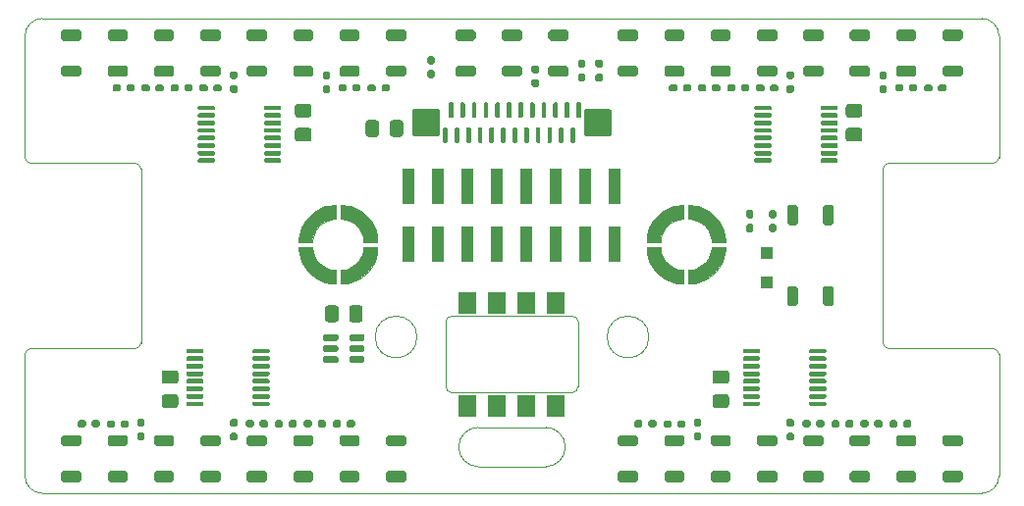
<source format=gtp>
G04 #@! TF.GenerationSoftware,KiCad,Pcbnew,6.0.11+dfsg-1*
G04 #@! TF.ProjectId,project,70726f6a-6563-4742-9e6b-696361645f70,rev?*
G04 #@! TF.SameCoordinates,Original*
G04 #@! TF.FileFunction,Paste,Top*
G04 #@! TF.FilePolarity,Positive*
%FSLAX46Y46*%
G04 Gerber Fmt 4.6, Leading zero omitted, Abs format (unit mm)*
%MOMM*%
%LPD*%
G01*
G04 APERTURE LIST*
G04 #@! TA.AperFunction,Profile*
%ADD10C,0.100000*%
G04 #@! TD*
%ADD11C,0.120000*%
%ADD12R,1.500000X1.850000*%
%ADD13R,1.000000X3.150000*%
%ADD14R,1.000000X1.000000*%
G04 APERTURE END LIST*
D10*
X127762500Y-70537500D02*
G75*
G03*
X126262500Y-72037500I0J-1500000D01*
G01*
X171162500Y-109237500D02*
G75*
G03*
X171162500Y-105837500I3000J1700000D01*
G01*
X173462500Y-102837500D02*
X163062500Y-102837500D01*
X165362500Y-105837500D02*
G75*
G03*
X165362500Y-109237500I-3000J-1700000D01*
G01*
X210262500Y-72037500D02*
G75*
G03*
X208762500Y-70537500I-1500000J0D01*
G01*
X126262500Y-99537500D02*
X126262500Y-110037500D01*
X208262500Y-111537500D02*
X128262500Y-111537500D01*
X200262500Y-98537500D02*
X200262500Y-83537500D01*
X200762500Y-83037500D02*
X209762500Y-83037500D01*
X208762500Y-70537500D02*
X127762500Y-70537500D01*
X180062500Y-98037500D02*
G75*
G03*
X180062500Y-98037500I-1800000J0D01*
G01*
X162562500Y-102337500D02*
X162562500Y-96737500D01*
X173962500Y-96737500D02*
G75*
G03*
X173462500Y-96237500I-500000J0D01*
G01*
X209762500Y-99037500D02*
X200762500Y-99037500D01*
X163062500Y-96237500D02*
G75*
G03*
X162562500Y-96737500I0J-500000D01*
G01*
X160062500Y-98037500D02*
G75*
G03*
X160062500Y-98037500I-1800000J0D01*
G01*
X135762500Y-99037500D02*
G75*
G03*
X136262500Y-98537500I0J500000D01*
G01*
X173462500Y-102837500D02*
G75*
G03*
X173962500Y-102337500I0J500000D01*
G01*
X165362500Y-105837500D02*
X171162500Y-105837500D01*
X200262500Y-98537500D02*
G75*
G03*
X200762500Y-99037500I500000J0D01*
G01*
X135762500Y-99037500D02*
X126762500Y-99037500D01*
X126262500Y-110037500D02*
G75*
G03*
X127762500Y-111537500I1500000J0D01*
G01*
X210262500Y-82537500D02*
X210262500Y-72037500D01*
X126262500Y-82537500D02*
G75*
G03*
X126762500Y-83037500I500000J0D01*
G01*
X208762500Y-111537500D02*
X208262500Y-111537500D01*
X171162500Y-109237500D02*
X165362500Y-109237500D01*
X126762500Y-99037500D02*
G75*
G03*
X126262500Y-99537500I0J-500000D01*
G01*
X200762500Y-83037500D02*
G75*
G03*
X200262500Y-83537500I0J-500000D01*
G01*
X173962500Y-96737500D02*
X173962500Y-102337500D01*
X208762500Y-111537500D02*
G75*
G03*
X210262500Y-110037500I0J1500000D01*
G01*
X136262500Y-83537500D02*
X136262500Y-98537500D01*
X126262500Y-72037500D02*
X126262500Y-82537500D01*
X209762500Y-83037500D02*
G75*
G03*
X210262500Y-82537500I0J500000D01*
G01*
X136262500Y-83537500D02*
G75*
G03*
X135762500Y-83037500I-500000J0D01*
G01*
X210262500Y-99537500D02*
X210262500Y-110037500D01*
X163062500Y-96237500D02*
X173462500Y-96237500D01*
X127762500Y-111537500D02*
X128262500Y-111537500D01*
X126762500Y-83037500D02*
X135762500Y-83037500D01*
X162562500Y-102337500D02*
G75*
G03*
X163062500Y-102837500I500000J0D01*
G01*
X210262500Y-99537500D02*
G75*
G03*
X209762500Y-99037500I-500000J0D01*
G01*
G36*
X183062500Y-87837500D02*
G01*
X182919631Y-87839928D01*
X182636801Y-87880592D01*
X182362637Y-87961094D01*
X182102720Y-88079794D01*
X181862341Y-88234276D01*
X181646395Y-88421395D01*
X181459276Y-88637341D01*
X181304794Y-88877720D01*
X181186094Y-89137637D01*
X181105592Y-89411801D01*
X181064928Y-89694631D01*
X181062500Y-89837500D01*
X179862500Y-89837500D01*
X179864925Y-89657928D01*
X179905136Y-89301042D01*
X179985053Y-88950903D01*
X180103671Y-88611913D01*
X180259497Y-88288335D01*
X180450573Y-87984239D01*
X180674496Y-87703449D01*
X180928449Y-87449496D01*
X181209239Y-87225573D01*
X181513335Y-87034497D01*
X181836913Y-86878671D01*
X182175903Y-86760053D01*
X182526042Y-86680136D01*
X182882928Y-86639925D01*
X183062500Y-86637500D01*
X183062500Y-87837500D01*
G37*
D11*
X183062500Y-87837500D02*
X182919631Y-87839928D01*
X182636801Y-87880592D01*
X182362637Y-87961094D01*
X182102720Y-88079794D01*
X181862341Y-88234276D01*
X181646395Y-88421395D01*
X181459276Y-88637341D01*
X181304794Y-88877720D01*
X181186094Y-89137637D01*
X181105592Y-89411801D01*
X181064928Y-89694631D01*
X181062500Y-89837500D01*
X179862500Y-89837500D01*
X179864925Y-89657928D01*
X179905136Y-89301042D01*
X179985053Y-88950903D01*
X180103671Y-88611913D01*
X180259497Y-88288335D01*
X180450573Y-87984239D01*
X180674496Y-87703449D01*
X180928449Y-87449496D01*
X181209239Y-87225573D01*
X181513335Y-87034497D01*
X181836913Y-86878671D01*
X182175903Y-86760053D01*
X182526042Y-86680136D01*
X182882928Y-86639925D01*
X183062500Y-86637500D01*
X183062500Y-87837500D01*
G36*
X183642067Y-86640017D02*
G01*
X183998942Y-86680227D01*
X184349072Y-86760142D01*
X184688052Y-86878756D01*
X185011620Y-87034579D01*
X185315707Y-87225649D01*
X185596489Y-87449565D01*
X185850435Y-87703511D01*
X186074351Y-87984293D01*
X186265421Y-88288380D01*
X186421244Y-88611948D01*
X186539858Y-88950928D01*
X186619773Y-89301058D01*
X186659983Y-89657933D01*
X186662500Y-89837500D01*
X185462500Y-89837500D01*
X185460072Y-89694631D01*
X185419408Y-89411801D01*
X185338906Y-89137637D01*
X185220206Y-88877720D01*
X185065724Y-88637341D01*
X184878605Y-88421395D01*
X184662659Y-88234276D01*
X184422280Y-88079794D01*
X184162363Y-87961094D01*
X183888199Y-87880592D01*
X183605369Y-87839928D01*
X183462500Y-87837500D01*
X183462500Y-86637500D01*
X183642067Y-86640017D01*
G37*
X183642067Y-86640017D02*
X183998942Y-86680227D01*
X184349072Y-86760142D01*
X184688052Y-86878756D01*
X185011620Y-87034579D01*
X185315707Y-87225649D01*
X185596489Y-87449565D01*
X185850435Y-87703511D01*
X186074351Y-87984293D01*
X186265421Y-88288380D01*
X186421244Y-88611948D01*
X186539858Y-88950928D01*
X186619773Y-89301058D01*
X186659983Y-89657933D01*
X186662500Y-89837500D01*
X185462500Y-89837500D01*
X185460072Y-89694631D01*
X185419408Y-89411801D01*
X185338906Y-89137637D01*
X185220206Y-88877720D01*
X185065724Y-88637341D01*
X184878605Y-88421395D01*
X184662659Y-88234276D01*
X184422280Y-88079794D01*
X184162363Y-87961094D01*
X183888199Y-87880592D01*
X183605369Y-87839928D01*
X183462500Y-87837500D01*
X183462500Y-86637500D01*
X183642067Y-86640017D01*
G36*
X181064928Y-90380369D02*
G01*
X181105592Y-90663199D01*
X181186094Y-90937363D01*
X181304794Y-91197280D01*
X181459276Y-91437659D01*
X181646395Y-91653605D01*
X181862341Y-91840724D01*
X182102720Y-91995206D01*
X182362637Y-92113906D01*
X182636801Y-92194408D01*
X182919631Y-92235072D01*
X183062500Y-92237500D01*
X183062500Y-93437500D01*
X182882928Y-93435075D01*
X182526042Y-93394864D01*
X182175903Y-93314947D01*
X181836913Y-93196329D01*
X181513335Y-93040503D01*
X181209239Y-92849427D01*
X180928449Y-92625504D01*
X180674496Y-92371551D01*
X180450573Y-92090761D01*
X180259497Y-91786665D01*
X180103671Y-91463087D01*
X179985053Y-91124097D01*
X179905136Y-90773958D01*
X179864925Y-90417072D01*
X179862500Y-90237500D01*
X181062500Y-90237500D01*
X181064928Y-90380369D01*
G37*
X181064928Y-90380369D02*
X181105592Y-90663199D01*
X181186094Y-90937363D01*
X181304794Y-91197280D01*
X181459276Y-91437659D01*
X181646395Y-91653605D01*
X181862341Y-91840724D01*
X182102720Y-91995206D01*
X182362637Y-92113906D01*
X182636801Y-92194408D01*
X182919631Y-92235072D01*
X183062500Y-92237500D01*
X183062500Y-93437500D01*
X182882928Y-93435075D01*
X182526042Y-93394864D01*
X182175903Y-93314947D01*
X181836913Y-93196329D01*
X181513335Y-93040503D01*
X181209239Y-92849427D01*
X180928449Y-92625504D01*
X180674496Y-92371551D01*
X180450573Y-92090761D01*
X180259497Y-91786665D01*
X180103671Y-91463087D01*
X179985053Y-91124097D01*
X179905136Y-90773958D01*
X179864925Y-90417072D01*
X179862500Y-90237500D01*
X181062500Y-90237500D01*
X181064928Y-90380369D01*
G36*
X186660075Y-90417072D02*
G01*
X186619864Y-90773958D01*
X186539947Y-91124097D01*
X186421329Y-91463087D01*
X186265503Y-91786665D01*
X186074427Y-92090761D01*
X185850504Y-92371551D01*
X185596551Y-92625504D01*
X185315761Y-92849427D01*
X185011665Y-93040503D01*
X184688087Y-93196329D01*
X184349097Y-93314947D01*
X183998958Y-93394864D01*
X183642072Y-93435075D01*
X183462500Y-93437500D01*
X183462500Y-92237500D01*
X183605369Y-92235072D01*
X183888199Y-92194408D01*
X184162363Y-92113906D01*
X184422280Y-91995206D01*
X184662659Y-91840724D01*
X184878605Y-91653605D01*
X185065724Y-91437659D01*
X185220206Y-91197280D01*
X185338906Y-90937363D01*
X185419408Y-90663199D01*
X185460072Y-90380369D01*
X185462500Y-90237500D01*
X186662500Y-90237500D01*
X186660075Y-90417072D01*
G37*
X186660075Y-90417072D02*
X186619864Y-90773958D01*
X186539947Y-91124097D01*
X186421329Y-91463087D01*
X186265503Y-91786665D01*
X186074427Y-92090761D01*
X185850504Y-92371551D01*
X185596551Y-92625504D01*
X185315761Y-92849427D01*
X185011665Y-93040503D01*
X184688087Y-93196329D01*
X184349097Y-93314947D01*
X183998958Y-93394864D01*
X183642072Y-93435075D01*
X183462500Y-93437500D01*
X183462500Y-92237500D01*
X183605369Y-92235072D01*
X183888199Y-92194408D01*
X184162363Y-92113906D01*
X184422280Y-91995206D01*
X184662659Y-91840724D01*
X184878605Y-91653605D01*
X185065724Y-91437659D01*
X185220206Y-91197280D01*
X185338906Y-90937363D01*
X185419408Y-90663199D01*
X185460072Y-90380369D01*
X185462500Y-90237500D01*
X186662500Y-90237500D01*
X186660075Y-90417072D01*
G36*
X153062500Y-87837500D02*
G01*
X152919631Y-87839928D01*
X152636801Y-87880592D01*
X152362637Y-87961094D01*
X152102720Y-88079794D01*
X151862341Y-88234276D01*
X151646395Y-88421395D01*
X151459276Y-88637341D01*
X151304794Y-88877720D01*
X151186094Y-89137637D01*
X151105592Y-89411801D01*
X151064928Y-89694631D01*
X151062500Y-89837500D01*
X149862500Y-89837500D01*
X149864925Y-89657928D01*
X149905136Y-89301042D01*
X149985053Y-88950903D01*
X150103671Y-88611913D01*
X150259497Y-88288335D01*
X150450573Y-87984239D01*
X150674496Y-87703449D01*
X150928449Y-87449496D01*
X151209239Y-87225573D01*
X151513335Y-87034497D01*
X151836913Y-86878671D01*
X152175903Y-86760053D01*
X152526042Y-86680136D01*
X152882928Y-86639925D01*
X153062500Y-86637500D01*
X153062500Y-87837500D01*
G37*
X153062500Y-87837500D02*
X152919631Y-87839928D01*
X152636801Y-87880592D01*
X152362637Y-87961094D01*
X152102720Y-88079794D01*
X151862341Y-88234276D01*
X151646395Y-88421395D01*
X151459276Y-88637341D01*
X151304794Y-88877720D01*
X151186094Y-89137637D01*
X151105592Y-89411801D01*
X151064928Y-89694631D01*
X151062500Y-89837500D01*
X149862500Y-89837500D01*
X149864925Y-89657928D01*
X149905136Y-89301042D01*
X149985053Y-88950903D01*
X150103671Y-88611913D01*
X150259497Y-88288335D01*
X150450573Y-87984239D01*
X150674496Y-87703449D01*
X150928449Y-87449496D01*
X151209239Y-87225573D01*
X151513335Y-87034497D01*
X151836913Y-86878671D01*
X152175903Y-86760053D01*
X152526042Y-86680136D01*
X152882928Y-86639925D01*
X153062500Y-86637500D01*
X153062500Y-87837500D01*
G36*
X153642067Y-86640017D02*
G01*
X153998942Y-86680227D01*
X154349072Y-86760142D01*
X154688052Y-86878756D01*
X155011620Y-87034579D01*
X155315707Y-87225649D01*
X155596489Y-87449565D01*
X155850435Y-87703511D01*
X156074351Y-87984293D01*
X156265421Y-88288380D01*
X156421244Y-88611948D01*
X156539858Y-88950928D01*
X156619773Y-89301058D01*
X156659983Y-89657933D01*
X156662500Y-89837500D01*
X155462500Y-89837500D01*
X155460072Y-89694631D01*
X155419408Y-89411801D01*
X155338906Y-89137637D01*
X155220206Y-88877720D01*
X155065724Y-88637341D01*
X154878605Y-88421395D01*
X154662659Y-88234276D01*
X154422280Y-88079794D01*
X154162363Y-87961094D01*
X153888199Y-87880592D01*
X153605369Y-87839928D01*
X153462500Y-87837500D01*
X153462500Y-86637500D01*
X153642067Y-86640017D01*
G37*
X153642067Y-86640017D02*
X153998942Y-86680227D01*
X154349072Y-86760142D01*
X154688052Y-86878756D01*
X155011620Y-87034579D01*
X155315707Y-87225649D01*
X155596489Y-87449565D01*
X155850435Y-87703511D01*
X156074351Y-87984293D01*
X156265421Y-88288380D01*
X156421244Y-88611948D01*
X156539858Y-88950928D01*
X156619773Y-89301058D01*
X156659983Y-89657933D01*
X156662500Y-89837500D01*
X155462500Y-89837500D01*
X155460072Y-89694631D01*
X155419408Y-89411801D01*
X155338906Y-89137637D01*
X155220206Y-88877720D01*
X155065724Y-88637341D01*
X154878605Y-88421395D01*
X154662659Y-88234276D01*
X154422280Y-88079794D01*
X154162363Y-87961094D01*
X153888199Y-87880592D01*
X153605369Y-87839928D01*
X153462500Y-87837500D01*
X153462500Y-86637500D01*
X153642067Y-86640017D01*
G36*
X156660075Y-90417072D02*
G01*
X156619864Y-90773958D01*
X156539947Y-91124097D01*
X156421329Y-91463087D01*
X156265503Y-91786665D01*
X156074427Y-92090761D01*
X155850504Y-92371551D01*
X155596551Y-92625504D01*
X155315761Y-92849427D01*
X155011665Y-93040503D01*
X154688087Y-93196329D01*
X154349097Y-93314947D01*
X153998958Y-93394864D01*
X153642072Y-93435075D01*
X153462500Y-93437500D01*
X153462500Y-92237500D01*
X153605369Y-92235072D01*
X153888199Y-92194408D01*
X154162363Y-92113906D01*
X154422280Y-91995206D01*
X154662659Y-91840724D01*
X154878605Y-91653605D01*
X155065724Y-91437659D01*
X155220206Y-91197280D01*
X155338906Y-90937363D01*
X155419408Y-90663199D01*
X155460072Y-90380369D01*
X155462500Y-90237500D01*
X156662500Y-90237500D01*
X156660075Y-90417072D01*
G37*
X156660075Y-90417072D02*
X156619864Y-90773958D01*
X156539947Y-91124097D01*
X156421329Y-91463087D01*
X156265503Y-91786665D01*
X156074427Y-92090761D01*
X155850504Y-92371551D01*
X155596551Y-92625504D01*
X155315761Y-92849427D01*
X155011665Y-93040503D01*
X154688087Y-93196329D01*
X154349097Y-93314947D01*
X153998958Y-93394864D01*
X153642072Y-93435075D01*
X153462500Y-93437500D01*
X153462500Y-92237500D01*
X153605369Y-92235072D01*
X153888199Y-92194408D01*
X154162363Y-92113906D01*
X154422280Y-91995206D01*
X154662659Y-91840724D01*
X154878605Y-91653605D01*
X155065724Y-91437659D01*
X155220206Y-91197280D01*
X155338906Y-90937363D01*
X155419408Y-90663199D01*
X155460072Y-90380369D01*
X155462500Y-90237500D01*
X156662500Y-90237500D01*
X156660075Y-90417072D01*
G36*
X151064928Y-90380369D02*
G01*
X151105592Y-90663199D01*
X151186094Y-90937363D01*
X151304794Y-91197280D01*
X151459276Y-91437659D01*
X151646395Y-91653605D01*
X151862341Y-91840724D01*
X152102720Y-91995206D01*
X152362637Y-92113906D01*
X152636801Y-92194408D01*
X152919631Y-92235072D01*
X153062500Y-92237500D01*
X153062500Y-93437500D01*
X152882928Y-93435075D01*
X152526042Y-93394864D01*
X152175903Y-93314947D01*
X151836913Y-93196329D01*
X151513335Y-93040503D01*
X151209239Y-92849427D01*
X150928449Y-92625504D01*
X150674496Y-92371551D01*
X150450573Y-92090761D01*
X150259497Y-91786665D01*
X150103671Y-91463087D01*
X149985053Y-91124097D01*
X149905136Y-90773958D01*
X149864925Y-90417072D01*
X149862500Y-90237500D01*
X151062500Y-90237500D01*
X151064928Y-90380369D01*
G37*
X151064928Y-90380369D02*
X151105592Y-90663199D01*
X151186094Y-90937363D01*
X151304794Y-91197280D01*
X151459276Y-91437659D01*
X151646395Y-91653605D01*
X151862341Y-91840724D01*
X152102720Y-91995206D01*
X152362637Y-92113906D01*
X152636801Y-92194408D01*
X152919631Y-92235072D01*
X153062500Y-92237500D01*
X153062500Y-93437500D01*
X152882928Y-93435075D01*
X152526042Y-93394864D01*
X152175903Y-93314947D01*
X151836913Y-93196329D01*
X151513335Y-93040503D01*
X151209239Y-92849427D01*
X150928449Y-92625504D01*
X150674496Y-92371551D01*
X150450573Y-92090761D01*
X150259497Y-91786665D01*
X150103671Y-91463087D01*
X149985053Y-91124097D01*
X149905136Y-90773958D01*
X149864925Y-90417072D01*
X149862500Y-90237500D01*
X151062500Y-90237500D01*
X151064928Y-90380369D01*
D12*
X172072500Y-95092500D03*
X169532500Y-95092500D03*
X166992500Y-95092500D03*
X164452500Y-95092500D03*
X164452500Y-103982500D03*
X166992500Y-103982500D03*
X169532500Y-103982500D03*
X172072500Y-103982500D03*
G36*
G01*
X185577500Y-71512500D02*
X186947500Y-71512500D01*
G75*
G02*
X187137500Y-71702500I0J-190000D01*
G01*
X187137500Y-72272500D01*
G75*
G02*
X186947500Y-72462500I-190000J0D01*
G01*
X185577500Y-72462500D01*
G75*
G02*
X185387500Y-72272500I0J190000D01*
G01*
X185387500Y-71702500D01*
G75*
G02*
X185577500Y-71512500I190000J0D01*
G01*
G37*
G36*
G01*
X185577500Y-74612500D02*
X186947500Y-74612500D01*
G75*
G02*
X187137500Y-74802500I0J-190000D01*
G01*
X187137500Y-75372500D01*
G75*
G02*
X186947500Y-75562500I-190000J0D01*
G01*
X185577500Y-75562500D01*
G75*
G02*
X185387500Y-75372500I0J190000D01*
G01*
X185387500Y-74802500D01*
G75*
G02*
X185577500Y-74612500I190000J0D01*
G01*
G37*
G36*
G01*
X153577500Y-71512500D02*
X154947500Y-71512500D01*
G75*
G02*
X155137500Y-71702500I0J-190000D01*
G01*
X155137500Y-72272500D01*
G75*
G02*
X154947500Y-72462500I-190000J0D01*
G01*
X153577500Y-72462500D01*
G75*
G02*
X153387500Y-72272500I0J190000D01*
G01*
X153387500Y-71702500D01*
G75*
G02*
X153577500Y-71512500I190000J0D01*
G01*
G37*
G36*
G01*
X153577500Y-74612500D02*
X154947500Y-74612500D01*
G75*
G02*
X155137500Y-74802500I0J-190000D01*
G01*
X155137500Y-75372500D01*
G75*
G02*
X154947500Y-75562500I-190000J0D01*
G01*
X153577500Y-75562500D01*
G75*
G02*
X153387500Y-75372500I0J190000D01*
G01*
X153387500Y-74802500D01*
G75*
G02*
X153577500Y-74612500I190000J0D01*
G01*
G37*
G36*
G01*
X197287500Y-77912500D02*
X198237500Y-77912500D01*
G75*
G02*
X198487500Y-78162500I0J-250000D01*
G01*
X198487500Y-78837500D01*
G75*
G02*
X198237500Y-79087500I-250000J0D01*
G01*
X197287500Y-79087500D01*
G75*
G02*
X197037500Y-78837500I0J250000D01*
G01*
X197037500Y-78162500D01*
G75*
G02*
X197287500Y-77912500I250000J0D01*
G01*
G37*
G36*
G01*
X197287500Y-79987500D02*
X198237500Y-79987500D01*
G75*
G02*
X198487500Y-80237500I0J-250000D01*
G01*
X198487500Y-80912500D01*
G75*
G02*
X198237500Y-81162500I-250000J0D01*
G01*
X197287500Y-81162500D01*
G75*
G02*
X197037500Y-80912500I0J250000D01*
G01*
X197037500Y-80237500D01*
G75*
G02*
X197287500Y-79987500I250000J0D01*
G01*
G37*
G36*
G01*
X142947500Y-110562500D02*
X141577500Y-110562500D01*
G75*
G02*
X141387500Y-110372500I0J190000D01*
G01*
X141387500Y-109802500D01*
G75*
G02*
X141577500Y-109612500I190000J0D01*
G01*
X142947500Y-109612500D01*
G75*
G02*
X143137500Y-109802500I0J-190000D01*
G01*
X143137500Y-110372500D01*
G75*
G02*
X142947500Y-110562500I-190000J0D01*
G01*
G37*
G36*
G01*
X142947500Y-107462500D02*
X141577500Y-107462500D01*
G75*
G02*
X141387500Y-107272500I0J190000D01*
G01*
X141387500Y-106702500D01*
G75*
G02*
X141577500Y-106512500I190000J0D01*
G01*
X142947500Y-106512500D01*
G75*
G02*
X143137500Y-106702500I0J-190000D01*
G01*
X143137500Y-107272500D01*
G75*
G02*
X142947500Y-107462500I-190000J0D01*
G01*
G37*
G36*
G01*
X193577500Y-71512500D02*
X194947500Y-71512500D01*
G75*
G02*
X195137500Y-71702500I0J-190000D01*
G01*
X195137500Y-72272500D01*
G75*
G02*
X194947500Y-72462500I-190000J0D01*
G01*
X193577500Y-72462500D01*
G75*
G02*
X193387500Y-72272500I0J190000D01*
G01*
X193387500Y-71702500D01*
G75*
G02*
X193577500Y-71512500I190000J0D01*
G01*
G37*
G36*
G01*
X193577500Y-74612500D02*
X194947500Y-74612500D01*
G75*
G02*
X195137500Y-74802500I0J-190000D01*
G01*
X195137500Y-75372500D01*
G75*
G02*
X194947500Y-75562500I-190000J0D01*
G01*
X193577500Y-75562500D01*
G75*
G02*
X193387500Y-75372500I0J190000D01*
G01*
X193387500Y-74802500D01*
G75*
G02*
X193577500Y-74612500I190000J0D01*
G01*
G37*
G36*
G01*
X152217500Y-105377500D02*
X152217500Y-105697500D01*
G75*
G02*
X152057500Y-105857500I-160000J0D01*
G01*
X151662500Y-105857500D01*
G75*
G02*
X151502500Y-105697500I0J160000D01*
G01*
X151502500Y-105377500D01*
G75*
G02*
X151662500Y-105217500I160000J0D01*
G01*
X152057500Y-105217500D01*
G75*
G02*
X152217500Y-105377500I0J-160000D01*
G01*
G37*
G36*
G01*
X151022500Y-105377500D02*
X151022500Y-105697500D01*
G75*
G02*
X150862500Y-105857500I-160000J0D01*
G01*
X150467500Y-105857500D01*
G75*
G02*
X150307500Y-105697500I0J160000D01*
G01*
X150307500Y-105377500D01*
G75*
G02*
X150467500Y-105217500I160000J0D01*
G01*
X150862500Y-105217500D01*
G75*
G02*
X151022500Y-105377500I0J-160000D01*
G01*
G37*
G36*
G01*
X138947500Y-110562500D02*
X137577500Y-110562500D01*
G75*
G02*
X137387500Y-110372500I0J190000D01*
G01*
X137387500Y-109802500D01*
G75*
G02*
X137577500Y-109612500I190000J0D01*
G01*
X138947500Y-109612500D01*
G75*
G02*
X139137500Y-109802500I0J-190000D01*
G01*
X139137500Y-110372500D01*
G75*
G02*
X138947500Y-110562500I-190000J0D01*
G01*
G37*
G36*
G01*
X138947500Y-107462500D02*
X137577500Y-107462500D01*
G75*
G02*
X137387500Y-107272500I0J190000D01*
G01*
X137387500Y-106702500D01*
G75*
G02*
X137577500Y-106512500I190000J0D01*
G01*
X138947500Y-106512500D01*
G75*
G02*
X139137500Y-106702500I0J-190000D01*
G01*
X139137500Y-107272500D01*
G75*
G02*
X138947500Y-107462500I-190000J0D01*
G01*
G37*
G36*
G01*
X158947500Y-110562500D02*
X157577500Y-110562500D01*
G75*
G02*
X157387500Y-110372500I0J190000D01*
G01*
X157387500Y-109802500D01*
G75*
G02*
X157577500Y-109612500I190000J0D01*
G01*
X158947500Y-109612500D01*
G75*
G02*
X159137500Y-109802500I0J-190000D01*
G01*
X159137500Y-110372500D01*
G75*
G02*
X158947500Y-110562500I-190000J0D01*
G01*
G37*
G36*
G01*
X158947500Y-107462500D02*
X157577500Y-107462500D01*
G75*
G02*
X157387500Y-107272500I0J190000D01*
G01*
X157387500Y-106702500D01*
G75*
G02*
X157577500Y-106512500I190000J0D01*
G01*
X158947500Y-106512500D01*
G75*
G02*
X159137500Y-106702500I0J-190000D01*
G01*
X159137500Y-107272500D01*
G75*
G02*
X158947500Y-107462500I-190000J0D01*
G01*
G37*
G36*
G01*
X136307500Y-76697500D02*
X136307500Y-76377500D01*
G75*
G02*
X136467500Y-76217500I160000J0D01*
G01*
X136862500Y-76217500D01*
G75*
G02*
X137022500Y-76377500I0J-160000D01*
G01*
X137022500Y-76697500D01*
G75*
G02*
X136862500Y-76857500I-160000J0D01*
G01*
X136467500Y-76857500D01*
G75*
G02*
X136307500Y-76697500I0J160000D01*
G01*
G37*
G36*
G01*
X137502500Y-76697500D02*
X137502500Y-76377500D01*
G75*
G02*
X137662500Y-76217500I160000J0D01*
G01*
X138057500Y-76217500D01*
G75*
G02*
X138217500Y-76377500I0J-160000D01*
G01*
X138217500Y-76697500D01*
G75*
G02*
X138057500Y-76857500I-160000J0D01*
G01*
X137662500Y-76857500D01*
G75*
G02*
X137502500Y-76697500I0J160000D01*
G01*
G37*
G36*
G01*
X133807500Y-76697500D02*
X133807500Y-76377500D01*
G75*
G02*
X133967500Y-76217500I160000J0D01*
G01*
X134362500Y-76217500D01*
G75*
G02*
X134522500Y-76377500I0J-160000D01*
G01*
X134522500Y-76697500D01*
G75*
G02*
X134362500Y-76857500I-160000J0D01*
G01*
X133967500Y-76857500D01*
G75*
G02*
X133807500Y-76697500I0J160000D01*
G01*
G37*
G36*
G01*
X135002500Y-76697500D02*
X135002500Y-76377500D01*
G75*
G02*
X135162500Y-76217500I160000J0D01*
G01*
X135557500Y-76217500D01*
G75*
G02*
X135717500Y-76377500I0J-160000D01*
G01*
X135717500Y-76697500D01*
G75*
G02*
X135557500Y-76857500I-160000J0D01*
G01*
X135162500Y-76857500D01*
G75*
G02*
X135002500Y-76697500I0J160000D01*
G01*
G37*
G36*
G01*
X184307500Y-76697500D02*
X184307500Y-76377500D01*
G75*
G02*
X184467500Y-76217500I160000J0D01*
G01*
X184862500Y-76217500D01*
G75*
G02*
X185022500Y-76377500I0J-160000D01*
G01*
X185022500Y-76697500D01*
G75*
G02*
X184862500Y-76857500I-160000J0D01*
G01*
X184467500Y-76857500D01*
G75*
G02*
X184307500Y-76697500I0J160000D01*
G01*
G37*
G36*
G01*
X185502500Y-76697500D02*
X185502500Y-76377500D01*
G75*
G02*
X185662500Y-76217500I160000J0D01*
G01*
X186057500Y-76217500D01*
G75*
G02*
X186217500Y-76377500I0J-160000D01*
G01*
X186217500Y-76697500D01*
G75*
G02*
X186057500Y-76857500I-160000J0D01*
G01*
X185662500Y-76857500D01*
G75*
G02*
X185502500Y-76697500I0J160000D01*
G01*
G37*
G36*
G01*
X155562500Y-99837500D02*
X155562500Y-100137500D01*
G75*
G02*
X155412500Y-100287500I-150000J0D01*
G01*
X154387500Y-100287500D01*
G75*
G02*
X154237500Y-100137500I0J150000D01*
G01*
X154237500Y-99837500D01*
G75*
G02*
X154387500Y-99687500I150000J0D01*
G01*
X155412500Y-99687500D01*
G75*
G02*
X155562500Y-99837500I0J-150000D01*
G01*
G37*
G36*
G01*
X155562500Y-98887500D02*
X155562500Y-99187500D01*
G75*
G02*
X155412500Y-99337500I-150000J0D01*
G01*
X154387500Y-99337500D01*
G75*
G02*
X154237500Y-99187500I0J150000D01*
G01*
X154237500Y-98887500D01*
G75*
G02*
X154387500Y-98737500I150000J0D01*
G01*
X155412500Y-98737500D01*
G75*
G02*
X155562500Y-98887500I0J-150000D01*
G01*
G37*
G36*
G01*
X155562500Y-97937500D02*
X155562500Y-98237500D01*
G75*
G02*
X155412500Y-98387500I-150000J0D01*
G01*
X154387500Y-98387500D01*
G75*
G02*
X154237500Y-98237500I0J150000D01*
G01*
X154237500Y-97937500D01*
G75*
G02*
X154387500Y-97787500I150000J0D01*
G01*
X155412500Y-97787500D01*
G75*
G02*
X155562500Y-97937500I0J-150000D01*
G01*
G37*
G36*
G01*
X153287500Y-97937500D02*
X153287500Y-98237500D01*
G75*
G02*
X153137500Y-98387500I-150000J0D01*
G01*
X152112500Y-98387500D01*
G75*
G02*
X151962500Y-98237500I0J150000D01*
G01*
X151962500Y-97937500D01*
G75*
G02*
X152112500Y-97787500I150000J0D01*
G01*
X153137500Y-97787500D01*
G75*
G02*
X153287500Y-97937500I0J-150000D01*
G01*
G37*
G36*
G01*
X153287500Y-98887500D02*
X153287500Y-99187500D01*
G75*
G02*
X153137500Y-99337500I-150000J0D01*
G01*
X152112500Y-99337500D01*
G75*
G02*
X151962500Y-99187500I0J150000D01*
G01*
X151962500Y-98887500D01*
G75*
G02*
X152112500Y-98737500I150000J0D01*
G01*
X153137500Y-98737500D01*
G75*
G02*
X153287500Y-98887500I0J-150000D01*
G01*
G37*
G36*
G01*
X153287500Y-99837500D02*
X153287500Y-100137500D01*
G75*
G02*
X153137500Y-100287500I-150000J0D01*
G01*
X152112500Y-100287500D01*
G75*
G02*
X151962500Y-100137500I0J150000D01*
G01*
X151962500Y-99837500D01*
G75*
G02*
X152112500Y-99687500I150000J0D01*
G01*
X153137500Y-99687500D01*
G75*
G02*
X153287500Y-99837500I0J-150000D01*
G01*
G37*
G36*
G01*
X190602500Y-87082500D02*
X190922500Y-87082500D01*
G75*
G02*
X191082500Y-87242500I0J-160000D01*
G01*
X191082500Y-87637500D01*
G75*
G02*
X190922500Y-87797500I-160000J0D01*
G01*
X190602500Y-87797500D01*
G75*
G02*
X190442500Y-87637500I0J160000D01*
G01*
X190442500Y-87242500D01*
G75*
G02*
X190602500Y-87082500I160000J0D01*
G01*
G37*
G36*
G01*
X190602500Y-88277500D02*
X190922500Y-88277500D01*
G75*
G02*
X191082500Y-88437500I0J-160000D01*
G01*
X191082500Y-88832500D01*
G75*
G02*
X190922500Y-88992500I-160000J0D01*
G01*
X190602500Y-88992500D01*
G75*
G02*
X190442500Y-88832500I0J160000D01*
G01*
X190442500Y-88437500D01*
G75*
G02*
X190602500Y-88277500I160000J0D01*
G01*
G37*
G36*
G01*
X182947500Y-110562500D02*
X181577500Y-110562500D01*
G75*
G02*
X181387500Y-110372500I0J190000D01*
G01*
X181387500Y-109802500D01*
G75*
G02*
X181577500Y-109612500I190000J0D01*
G01*
X182947500Y-109612500D01*
G75*
G02*
X183137500Y-109802500I0J-190000D01*
G01*
X183137500Y-110372500D01*
G75*
G02*
X182947500Y-110562500I-190000J0D01*
G01*
G37*
G36*
G01*
X182947500Y-107462500D02*
X181577500Y-107462500D01*
G75*
G02*
X181387500Y-107272500I0J190000D01*
G01*
X181387500Y-106702500D01*
G75*
G02*
X181577500Y-106512500I190000J0D01*
G01*
X182947500Y-106512500D01*
G75*
G02*
X183137500Y-106702500I0J-190000D01*
G01*
X183137500Y-107272500D01*
G75*
G02*
X182947500Y-107462500I-190000J0D01*
G01*
G37*
G36*
G01*
X202947500Y-110562500D02*
X201577500Y-110562500D01*
G75*
G02*
X201387500Y-110372500I0J190000D01*
G01*
X201387500Y-109802500D01*
G75*
G02*
X201577500Y-109612500I190000J0D01*
G01*
X202947500Y-109612500D01*
G75*
G02*
X203137500Y-109802500I0J-190000D01*
G01*
X203137500Y-110372500D01*
G75*
G02*
X202947500Y-110562500I-190000J0D01*
G01*
G37*
G36*
G01*
X202947500Y-107462500D02*
X201577500Y-107462500D01*
G75*
G02*
X201387500Y-107272500I0J190000D01*
G01*
X201387500Y-106702500D01*
G75*
G02*
X201577500Y-106512500I190000J0D01*
G01*
X202947500Y-106512500D01*
G75*
G02*
X203137500Y-106702500I0J-190000D01*
G01*
X203137500Y-107272500D01*
G75*
G02*
X202947500Y-107462500I-190000J0D01*
G01*
G37*
G36*
G01*
X177577500Y-71512500D02*
X178947500Y-71512500D01*
G75*
G02*
X179137500Y-71702500I0J-190000D01*
G01*
X179137500Y-72272500D01*
G75*
G02*
X178947500Y-72462500I-190000J0D01*
G01*
X177577500Y-72462500D01*
G75*
G02*
X177387500Y-72272500I0J190000D01*
G01*
X177387500Y-71702500D01*
G75*
G02*
X177577500Y-71512500I190000J0D01*
G01*
G37*
G36*
G01*
X177577500Y-74612500D02*
X178947500Y-74612500D01*
G75*
G02*
X179137500Y-74802500I0J-190000D01*
G01*
X179137500Y-75372500D01*
G75*
G02*
X178947500Y-75562500I-190000J0D01*
G01*
X177577500Y-75562500D01*
G75*
G02*
X177387500Y-75372500I0J190000D01*
G01*
X177387500Y-74802500D01*
G75*
G02*
X177577500Y-74612500I190000J0D01*
G01*
G37*
G36*
G01*
X181807500Y-76697500D02*
X181807500Y-76377500D01*
G75*
G02*
X181967500Y-76217500I160000J0D01*
G01*
X182362500Y-76217500D01*
G75*
G02*
X182522500Y-76377500I0J-160000D01*
G01*
X182522500Y-76697500D01*
G75*
G02*
X182362500Y-76857500I-160000J0D01*
G01*
X181967500Y-76857500D01*
G75*
G02*
X181807500Y-76697500I0J160000D01*
G01*
G37*
G36*
G01*
X183002500Y-76697500D02*
X183002500Y-76377500D01*
G75*
G02*
X183162500Y-76217500I160000J0D01*
G01*
X183557500Y-76217500D01*
G75*
G02*
X183717500Y-76377500I0J-160000D01*
G01*
X183717500Y-76697500D01*
G75*
G02*
X183557500Y-76857500I-160000J0D01*
G01*
X183162500Y-76857500D01*
G75*
G02*
X183002500Y-76697500I0J160000D01*
G01*
G37*
G36*
G01*
X206947500Y-110562500D02*
X205577500Y-110562500D01*
G75*
G02*
X205387500Y-110372500I0J190000D01*
G01*
X205387500Y-109802500D01*
G75*
G02*
X205577500Y-109612500I190000J0D01*
G01*
X206947500Y-109612500D01*
G75*
G02*
X207137500Y-109802500I0J-190000D01*
G01*
X207137500Y-110372500D01*
G75*
G02*
X206947500Y-110562500I-190000J0D01*
G01*
G37*
G36*
G01*
X206947500Y-107462500D02*
X205577500Y-107462500D01*
G75*
G02*
X205387500Y-107272500I0J190000D01*
G01*
X205387500Y-106702500D01*
G75*
G02*
X205577500Y-106512500I190000J0D01*
G01*
X206947500Y-106512500D01*
G75*
G02*
X207137500Y-106702500I0J-190000D01*
G01*
X207137500Y-107272500D01*
G75*
G02*
X206947500Y-107462500I-190000J0D01*
G01*
G37*
G36*
G01*
X202717500Y-105377500D02*
X202717500Y-105697500D01*
G75*
G02*
X202557500Y-105857500I-160000J0D01*
G01*
X202162500Y-105857500D01*
G75*
G02*
X202002500Y-105697500I0J160000D01*
G01*
X202002500Y-105377500D01*
G75*
G02*
X202162500Y-105217500I160000J0D01*
G01*
X202557500Y-105217500D01*
G75*
G02*
X202717500Y-105377500I0J-160000D01*
G01*
G37*
G36*
G01*
X201522500Y-105377500D02*
X201522500Y-105697500D01*
G75*
G02*
X201362500Y-105857500I-160000J0D01*
G01*
X200967500Y-105857500D01*
G75*
G02*
X200807500Y-105697500I0J160000D01*
G01*
X200807500Y-105377500D01*
G75*
G02*
X200967500Y-105217500I160000J0D01*
G01*
X201362500Y-105217500D01*
G75*
G02*
X201522500Y-105377500I0J-160000D01*
G01*
G37*
G36*
G01*
X189577500Y-71512500D02*
X190947500Y-71512500D01*
G75*
G02*
X191137500Y-71702500I0J-190000D01*
G01*
X191137500Y-72272500D01*
G75*
G02*
X190947500Y-72462500I-190000J0D01*
G01*
X189577500Y-72462500D01*
G75*
G02*
X189387500Y-72272500I0J190000D01*
G01*
X189387500Y-71702500D01*
G75*
G02*
X189577500Y-71512500I190000J0D01*
G01*
G37*
G36*
G01*
X189577500Y-74612500D02*
X190947500Y-74612500D01*
G75*
G02*
X191137500Y-74802500I0J-190000D01*
G01*
X191137500Y-75372500D01*
G75*
G02*
X190947500Y-75562500I-190000J0D01*
G01*
X189577500Y-75562500D01*
G75*
G02*
X189387500Y-75372500I0J190000D01*
G01*
X189387500Y-74802500D01*
G75*
G02*
X189577500Y-74612500I190000J0D01*
G01*
G37*
G36*
G01*
X149577500Y-71512500D02*
X150947500Y-71512500D01*
G75*
G02*
X151137500Y-71702500I0J-190000D01*
G01*
X151137500Y-72272500D01*
G75*
G02*
X150947500Y-72462500I-190000J0D01*
G01*
X149577500Y-72462500D01*
G75*
G02*
X149387500Y-72272500I0J190000D01*
G01*
X149387500Y-71702500D01*
G75*
G02*
X149577500Y-71512500I190000J0D01*
G01*
G37*
G36*
G01*
X149577500Y-74612500D02*
X150947500Y-74612500D01*
G75*
G02*
X151137500Y-74802500I0J-190000D01*
G01*
X151137500Y-75372500D01*
G75*
G02*
X150947500Y-75562500I-190000J0D01*
G01*
X149577500Y-75562500D01*
G75*
G02*
X149387500Y-75372500I0J190000D01*
G01*
X149387500Y-74802500D01*
G75*
G02*
X149577500Y-74612500I190000J0D01*
G01*
G37*
G36*
G01*
X149787500Y-77912500D02*
X150737500Y-77912500D01*
G75*
G02*
X150987500Y-78162500I0J-250000D01*
G01*
X150987500Y-78837500D01*
G75*
G02*
X150737500Y-79087500I-250000J0D01*
G01*
X149787500Y-79087500D01*
G75*
G02*
X149537500Y-78837500I0J250000D01*
G01*
X149537500Y-78162500D01*
G75*
G02*
X149787500Y-77912500I250000J0D01*
G01*
G37*
G36*
G01*
X149787500Y-79987500D02*
X150737500Y-79987500D01*
G75*
G02*
X150987500Y-80237500I0J-250000D01*
G01*
X150987500Y-80912500D01*
G75*
G02*
X150737500Y-81162500I-250000J0D01*
G01*
X149787500Y-81162500D01*
G75*
G02*
X149537500Y-80912500I0J250000D01*
G01*
X149537500Y-80237500D01*
G75*
G02*
X149787500Y-79987500I250000J0D01*
G01*
G37*
G36*
G01*
X141162500Y-78362500D02*
X141162500Y-78162500D01*
G75*
G02*
X141262500Y-78062500I100000J0D01*
G01*
X142537500Y-78062500D01*
G75*
G02*
X142637500Y-78162500I0J-100000D01*
G01*
X142637500Y-78362500D01*
G75*
G02*
X142537500Y-78462500I-100000J0D01*
G01*
X141262500Y-78462500D01*
G75*
G02*
X141162500Y-78362500I0J100000D01*
G01*
G37*
G36*
G01*
X141162500Y-79012500D02*
X141162500Y-78812500D01*
G75*
G02*
X141262500Y-78712500I100000J0D01*
G01*
X142537500Y-78712500D01*
G75*
G02*
X142637500Y-78812500I0J-100000D01*
G01*
X142637500Y-79012500D01*
G75*
G02*
X142537500Y-79112500I-100000J0D01*
G01*
X141262500Y-79112500D01*
G75*
G02*
X141162500Y-79012500I0J100000D01*
G01*
G37*
G36*
G01*
X141162500Y-79662500D02*
X141162500Y-79462500D01*
G75*
G02*
X141262500Y-79362500I100000J0D01*
G01*
X142537500Y-79362500D01*
G75*
G02*
X142637500Y-79462500I0J-100000D01*
G01*
X142637500Y-79662500D01*
G75*
G02*
X142537500Y-79762500I-100000J0D01*
G01*
X141262500Y-79762500D01*
G75*
G02*
X141162500Y-79662500I0J100000D01*
G01*
G37*
G36*
G01*
X141162500Y-80312500D02*
X141162500Y-80112500D01*
G75*
G02*
X141262500Y-80012500I100000J0D01*
G01*
X142537500Y-80012500D01*
G75*
G02*
X142637500Y-80112500I0J-100000D01*
G01*
X142637500Y-80312500D01*
G75*
G02*
X142537500Y-80412500I-100000J0D01*
G01*
X141262500Y-80412500D01*
G75*
G02*
X141162500Y-80312500I0J100000D01*
G01*
G37*
G36*
G01*
X141162500Y-80962500D02*
X141162500Y-80762500D01*
G75*
G02*
X141262500Y-80662500I100000J0D01*
G01*
X142537500Y-80662500D01*
G75*
G02*
X142637500Y-80762500I0J-100000D01*
G01*
X142637500Y-80962500D01*
G75*
G02*
X142537500Y-81062500I-100000J0D01*
G01*
X141262500Y-81062500D01*
G75*
G02*
X141162500Y-80962500I0J100000D01*
G01*
G37*
G36*
G01*
X141162500Y-81612500D02*
X141162500Y-81412500D01*
G75*
G02*
X141262500Y-81312500I100000J0D01*
G01*
X142537500Y-81312500D01*
G75*
G02*
X142637500Y-81412500I0J-100000D01*
G01*
X142637500Y-81612500D01*
G75*
G02*
X142537500Y-81712500I-100000J0D01*
G01*
X141262500Y-81712500D01*
G75*
G02*
X141162500Y-81612500I0J100000D01*
G01*
G37*
G36*
G01*
X141162500Y-82262500D02*
X141162500Y-82062500D01*
G75*
G02*
X141262500Y-81962500I100000J0D01*
G01*
X142537500Y-81962500D01*
G75*
G02*
X142637500Y-82062500I0J-100000D01*
G01*
X142637500Y-82262500D01*
G75*
G02*
X142537500Y-82362500I-100000J0D01*
G01*
X141262500Y-82362500D01*
G75*
G02*
X141162500Y-82262500I0J100000D01*
G01*
G37*
G36*
G01*
X141162500Y-82912500D02*
X141162500Y-82712500D01*
G75*
G02*
X141262500Y-82612500I100000J0D01*
G01*
X142537500Y-82612500D01*
G75*
G02*
X142637500Y-82712500I0J-100000D01*
G01*
X142637500Y-82912500D01*
G75*
G02*
X142537500Y-83012500I-100000J0D01*
G01*
X141262500Y-83012500D01*
G75*
G02*
X141162500Y-82912500I0J100000D01*
G01*
G37*
G36*
G01*
X146887500Y-82912500D02*
X146887500Y-82712500D01*
G75*
G02*
X146987500Y-82612500I100000J0D01*
G01*
X148262500Y-82612500D01*
G75*
G02*
X148362500Y-82712500I0J-100000D01*
G01*
X148362500Y-82912500D01*
G75*
G02*
X148262500Y-83012500I-100000J0D01*
G01*
X146987500Y-83012500D01*
G75*
G02*
X146887500Y-82912500I0J100000D01*
G01*
G37*
G36*
G01*
X146887500Y-82262500D02*
X146887500Y-82062500D01*
G75*
G02*
X146987500Y-81962500I100000J0D01*
G01*
X148262500Y-81962500D01*
G75*
G02*
X148362500Y-82062500I0J-100000D01*
G01*
X148362500Y-82262500D01*
G75*
G02*
X148262500Y-82362500I-100000J0D01*
G01*
X146987500Y-82362500D01*
G75*
G02*
X146887500Y-82262500I0J100000D01*
G01*
G37*
G36*
G01*
X146887500Y-81612500D02*
X146887500Y-81412500D01*
G75*
G02*
X146987500Y-81312500I100000J0D01*
G01*
X148262500Y-81312500D01*
G75*
G02*
X148362500Y-81412500I0J-100000D01*
G01*
X148362500Y-81612500D01*
G75*
G02*
X148262500Y-81712500I-100000J0D01*
G01*
X146987500Y-81712500D01*
G75*
G02*
X146887500Y-81612500I0J100000D01*
G01*
G37*
G36*
G01*
X146887500Y-80962500D02*
X146887500Y-80762500D01*
G75*
G02*
X146987500Y-80662500I100000J0D01*
G01*
X148262500Y-80662500D01*
G75*
G02*
X148362500Y-80762500I0J-100000D01*
G01*
X148362500Y-80962500D01*
G75*
G02*
X148262500Y-81062500I-100000J0D01*
G01*
X146987500Y-81062500D01*
G75*
G02*
X146887500Y-80962500I0J100000D01*
G01*
G37*
G36*
G01*
X146887500Y-80312500D02*
X146887500Y-80112500D01*
G75*
G02*
X146987500Y-80012500I100000J0D01*
G01*
X148262500Y-80012500D01*
G75*
G02*
X148362500Y-80112500I0J-100000D01*
G01*
X148362500Y-80312500D01*
G75*
G02*
X148262500Y-80412500I-100000J0D01*
G01*
X146987500Y-80412500D01*
G75*
G02*
X146887500Y-80312500I0J100000D01*
G01*
G37*
G36*
G01*
X146887500Y-79662500D02*
X146887500Y-79462500D01*
G75*
G02*
X146987500Y-79362500I100000J0D01*
G01*
X148262500Y-79362500D01*
G75*
G02*
X148362500Y-79462500I0J-100000D01*
G01*
X148362500Y-79662500D01*
G75*
G02*
X148262500Y-79762500I-100000J0D01*
G01*
X146987500Y-79762500D01*
G75*
G02*
X146887500Y-79662500I0J100000D01*
G01*
G37*
G36*
G01*
X146887500Y-79012500D02*
X146887500Y-78812500D01*
G75*
G02*
X146987500Y-78712500I100000J0D01*
G01*
X148262500Y-78712500D01*
G75*
G02*
X148362500Y-78812500I0J-100000D01*
G01*
X148362500Y-79012500D01*
G75*
G02*
X148262500Y-79112500I-100000J0D01*
G01*
X146987500Y-79112500D01*
G75*
G02*
X146887500Y-79012500I0J100000D01*
G01*
G37*
G36*
G01*
X146887500Y-78362500D02*
X146887500Y-78162500D01*
G75*
G02*
X146987500Y-78062500I100000J0D01*
G01*
X148262500Y-78062500D01*
G75*
G02*
X148362500Y-78162500I0J-100000D01*
G01*
X148362500Y-78362500D01*
G75*
G02*
X148262500Y-78462500I-100000J0D01*
G01*
X146987500Y-78462500D01*
G75*
G02*
X146887500Y-78362500I0J100000D01*
G01*
G37*
G36*
G01*
X141307500Y-76697500D02*
X141307500Y-76377500D01*
G75*
G02*
X141467500Y-76217500I160000J0D01*
G01*
X141862500Y-76217500D01*
G75*
G02*
X142022500Y-76377500I0J-160000D01*
G01*
X142022500Y-76697500D01*
G75*
G02*
X141862500Y-76857500I-160000J0D01*
G01*
X141467500Y-76857500D01*
G75*
G02*
X141307500Y-76697500I0J160000D01*
G01*
G37*
G36*
G01*
X142502500Y-76697500D02*
X142502500Y-76377500D01*
G75*
G02*
X142662500Y-76217500I160000J0D01*
G01*
X143057500Y-76217500D01*
G75*
G02*
X143217500Y-76377500I0J-160000D01*
G01*
X143217500Y-76697500D01*
G75*
G02*
X143057500Y-76857500I-160000J0D01*
G01*
X142662500Y-76857500D01*
G75*
G02*
X142502500Y-76697500I0J160000D01*
G01*
G37*
G36*
G01*
X141577500Y-71512500D02*
X142947500Y-71512500D01*
G75*
G02*
X143137500Y-71702500I0J-190000D01*
G01*
X143137500Y-72272500D01*
G75*
G02*
X142947500Y-72462500I-190000J0D01*
G01*
X141577500Y-72462500D01*
G75*
G02*
X141387500Y-72272500I0J190000D01*
G01*
X141387500Y-71702500D01*
G75*
G02*
X141577500Y-71512500I190000J0D01*
G01*
G37*
G36*
G01*
X141577500Y-74612500D02*
X142947500Y-74612500D01*
G75*
G02*
X143137500Y-74802500I0J-190000D01*
G01*
X143137500Y-75372500D01*
G75*
G02*
X142947500Y-75562500I-190000J0D01*
G01*
X141577500Y-75562500D01*
G75*
G02*
X141387500Y-75372500I0J190000D01*
G01*
X141387500Y-74802500D01*
G75*
G02*
X141577500Y-74612500I190000J0D01*
G01*
G37*
G36*
G01*
X198947500Y-110562500D02*
X197577500Y-110562500D01*
G75*
G02*
X197387500Y-110372500I0J190000D01*
G01*
X197387500Y-109802500D01*
G75*
G02*
X197577500Y-109612500I190000J0D01*
G01*
X198947500Y-109612500D01*
G75*
G02*
X199137500Y-109802500I0J-190000D01*
G01*
X199137500Y-110372500D01*
G75*
G02*
X198947500Y-110562500I-190000J0D01*
G01*
G37*
G36*
G01*
X198947500Y-107462500D02*
X197577500Y-107462500D01*
G75*
G02*
X197387500Y-107272500I0J190000D01*
G01*
X197387500Y-106702500D01*
G75*
G02*
X197577500Y-106512500I190000J0D01*
G01*
X198947500Y-106512500D01*
G75*
G02*
X199137500Y-106702500I0J-190000D01*
G01*
X199137500Y-107272500D01*
G75*
G02*
X198947500Y-107462500I-190000J0D01*
G01*
G37*
G36*
G01*
X197717500Y-105377500D02*
X197717500Y-105697500D01*
G75*
G02*
X197557500Y-105857500I-160000J0D01*
G01*
X197162500Y-105857500D01*
G75*
G02*
X197002500Y-105697500I0J160000D01*
G01*
X197002500Y-105377500D01*
G75*
G02*
X197162500Y-105217500I160000J0D01*
G01*
X197557500Y-105217500D01*
G75*
G02*
X197717500Y-105377500I0J-160000D01*
G01*
G37*
G36*
G01*
X196522500Y-105377500D02*
X196522500Y-105697500D01*
G75*
G02*
X196362500Y-105857500I-160000J0D01*
G01*
X195967500Y-105857500D01*
G75*
G02*
X195807500Y-105697500I0J160000D01*
G01*
X195807500Y-105377500D01*
G75*
G02*
X195967500Y-105217500I160000J0D01*
G01*
X196362500Y-105217500D01*
G75*
G02*
X196522500Y-105377500I0J-160000D01*
G01*
G37*
G36*
G01*
X130807500Y-105697500D02*
X130807500Y-105377500D01*
G75*
G02*
X130967500Y-105217500I160000J0D01*
G01*
X131362500Y-105217500D01*
G75*
G02*
X131522500Y-105377500I0J-160000D01*
G01*
X131522500Y-105697500D01*
G75*
G02*
X131362500Y-105857500I-160000J0D01*
G01*
X130967500Y-105857500D01*
G75*
G02*
X130807500Y-105697500I0J160000D01*
G01*
G37*
G36*
G01*
X132002500Y-105697500D02*
X132002500Y-105377500D01*
G75*
G02*
X132162500Y-105217500I160000J0D01*
G01*
X132557500Y-105217500D01*
G75*
G02*
X132717500Y-105377500I0J-160000D01*
G01*
X132717500Y-105697500D01*
G75*
G02*
X132557500Y-105857500I-160000J0D01*
G01*
X132162500Y-105857500D01*
G75*
G02*
X132002500Y-105697500I0J160000D01*
G01*
G37*
G36*
G01*
X178947500Y-110562500D02*
X177577500Y-110562500D01*
G75*
G02*
X177387500Y-110372500I0J190000D01*
G01*
X177387500Y-109802500D01*
G75*
G02*
X177577500Y-109612500I190000J0D01*
G01*
X178947500Y-109612500D01*
G75*
G02*
X179137500Y-109802500I0J-190000D01*
G01*
X179137500Y-110372500D01*
G75*
G02*
X178947500Y-110562500I-190000J0D01*
G01*
G37*
G36*
G01*
X178947500Y-107462500D02*
X177577500Y-107462500D01*
G75*
G02*
X177387500Y-107272500I0J190000D01*
G01*
X177387500Y-106702500D01*
G75*
G02*
X177577500Y-106512500I190000J0D01*
G01*
X178947500Y-106512500D01*
G75*
G02*
X179137500Y-106702500I0J-190000D01*
G01*
X179137500Y-107272500D01*
G75*
G02*
X178947500Y-107462500I-190000J0D01*
G01*
G37*
G36*
G01*
X192422500Y-106992500D02*
X192102500Y-106992500D01*
G75*
G02*
X191942500Y-106832500I0J160000D01*
G01*
X191942500Y-106437500D01*
G75*
G02*
X192102500Y-106277500I160000J0D01*
G01*
X192422500Y-106277500D01*
G75*
G02*
X192582500Y-106437500I0J-160000D01*
G01*
X192582500Y-106832500D01*
G75*
G02*
X192422500Y-106992500I-160000J0D01*
G01*
G37*
G36*
G01*
X192422500Y-105797500D02*
X192102500Y-105797500D01*
G75*
G02*
X191942500Y-105637500I0J160000D01*
G01*
X191942500Y-105242500D01*
G75*
G02*
X192102500Y-105082500I160000J0D01*
G01*
X192422500Y-105082500D01*
G75*
G02*
X192582500Y-105242500I0J-160000D01*
G01*
X192582500Y-105637500D01*
G75*
G02*
X192422500Y-105797500I-160000J0D01*
G01*
G37*
D13*
X159372500Y-90062500D03*
X159372500Y-85012500D03*
X161912500Y-90062500D03*
X161912500Y-85012500D03*
X164452500Y-90062500D03*
X164452500Y-85012500D03*
X166992500Y-90062500D03*
X166992500Y-85012500D03*
X169532500Y-90062500D03*
X169532500Y-85012500D03*
X172072500Y-90062500D03*
X172072500Y-85012500D03*
X174612500Y-90062500D03*
X174612500Y-85012500D03*
X177152500Y-90062500D03*
X177152500Y-85012500D03*
G36*
G01*
X205717500Y-76377500D02*
X205717500Y-76697500D01*
G75*
G02*
X205557500Y-76857500I-160000J0D01*
G01*
X205162500Y-76857500D01*
G75*
G02*
X205002500Y-76697500I0J160000D01*
G01*
X205002500Y-76377500D01*
G75*
G02*
X205162500Y-76217500I160000J0D01*
G01*
X205557500Y-76217500D01*
G75*
G02*
X205717500Y-76377500I0J-160000D01*
G01*
G37*
G36*
G01*
X204522500Y-76377500D02*
X204522500Y-76697500D01*
G75*
G02*
X204362500Y-76857500I-160000J0D01*
G01*
X203967500Y-76857500D01*
G75*
G02*
X203807500Y-76697500I0J160000D01*
G01*
X203807500Y-76377500D01*
G75*
G02*
X203967500Y-76217500I160000J0D01*
G01*
X204362500Y-76217500D01*
G75*
G02*
X204522500Y-76377500I0J-160000D01*
G01*
G37*
G36*
G01*
X133307500Y-105727500D02*
X133307500Y-105407500D01*
G75*
G02*
X133467500Y-105247500I160000J0D01*
G01*
X133862500Y-105247500D01*
G75*
G02*
X134022500Y-105407500I0J-160000D01*
G01*
X134022500Y-105727500D01*
G75*
G02*
X133862500Y-105887500I-160000J0D01*
G01*
X133467500Y-105887500D01*
G75*
G02*
X133307500Y-105727500I0J160000D01*
G01*
G37*
G36*
G01*
X134502500Y-105727500D02*
X134502500Y-105407500D01*
G75*
G02*
X134662500Y-105247500I160000J0D01*
G01*
X135057500Y-105247500D01*
G75*
G02*
X135217500Y-105407500I0J-160000D01*
G01*
X135217500Y-105727500D01*
G75*
G02*
X135057500Y-105887500I-160000J0D01*
G01*
X134662500Y-105887500D01*
G75*
G02*
X134502500Y-105727500I0J160000D01*
G01*
G37*
G36*
G01*
X139237500Y-104162500D02*
X138287500Y-104162500D01*
G75*
G02*
X138037500Y-103912500I0J250000D01*
G01*
X138037500Y-103237500D01*
G75*
G02*
X138287500Y-102987500I250000J0D01*
G01*
X139237500Y-102987500D01*
G75*
G02*
X139487500Y-103237500I0J-250000D01*
G01*
X139487500Y-103912500D01*
G75*
G02*
X139237500Y-104162500I-250000J0D01*
G01*
G37*
G36*
G01*
X139237500Y-102087500D02*
X138287500Y-102087500D01*
G75*
G02*
X138037500Y-101837500I0J250000D01*
G01*
X138037500Y-101162500D01*
G75*
G02*
X138287500Y-100912500I250000J0D01*
G01*
X139237500Y-100912500D01*
G75*
G02*
X139487500Y-101162500I0J-250000D01*
G01*
X139487500Y-101837500D01*
G75*
G02*
X139237500Y-102087500I-250000J0D01*
G01*
G37*
G36*
G01*
X137577500Y-71512500D02*
X138947500Y-71512500D01*
G75*
G02*
X139137500Y-71702500I0J-190000D01*
G01*
X139137500Y-72272500D01*
G75*
G02*
X138947500Y-72462500I-190000J0D01*
G01*
X137577500Y-72462500D01*
G75*
G02*
X137387500Y-72272500I0J190000D01*
G01*
X137387500Y-71702500D01*
G75*
G02*
X137577500Y-71512500I190000J0D01*
G01*
G37*
G36*
G01*
X137577500Y-74612500D02*
X138947500Y-74612500D01*
G75*
G02*
X139137500Y-74802500I0J-190000D01*
G01*
X139137500Y-75372500D01*
G75*
G02*
X138947500Y-75562500I-190000J0D01*
G01*
X137577500Y-75562500D01*
G75*
G02*
X137387500Y-75372500I0J190000D01*
G01*
X137387500Y-74802500D01*
G75*
G02*
X137577500Y-74612500I190000J0D01*
G01*
G37*
D14*
X190262500Y-93287500D03*
X190262500Y-90787500D03*
G36*
G01*
X195362500Y-103712500D02*
X195362500Y-103912500D01*
G75*
G02*
X195262500Y-104012500I-100000J0D01*
G01*
X193987500Y-104012500D01*
G75*
G02*
X193887500Y-103912500I0J100000D01*
G01*
X193887500Y-103712500D01*
G75*
G02*
X193987500Y-103612500I100000J0D01*
G01*
X195262500Y-103612500D01*
G75*
G02*
X195362500Y-103712500I0J-100000D01*
G01*
G37*
G36*
G01*
X195362500Y-103062500D02*
X195362500Y-103262500D01*
G75*
G02*
X195262500Y-103362500I-100000J0D01*
G01*
X193987500Y-103362500D01*
G75*
G02*
X193887500Y-103262500I0J100000D01*
G01*
X193887500Y-103062500D01*
G75*
G02*
X193987500Y-102962500I100000J0D01*
G01*
X195262500Y-102962500D01*
G75*
G02*
X195362500Y-103062500I0J-100000D01*
G01*
G37*
G36*
G01*
X195362500Y-102412500D02*
X195362500Y-102612500D01*
G75*
G02*
X195262500Y-102712500I-100000J0D01*
G01*
X193987500Y-102712500D01*
G75*
G02*
X193887500Y-102612500I0J100000D01*
G01*
X193887500Y-102412500D01*
G75*
G02*
X193987500Y-102312500I100000J0D01*
G01*
X195262500Y-102312500D01*
G75*
G02*
X195362500Y-102412500I0J-100000D01*
G01*
G37*
G36*
G01*
X195362500Y-101762500D02*
X195362500Y-101962500D01*
G75*
G02*
X195262500Y-102062500I-100000J0D01*
G01*
X193987500Y-102062500D01*
G75*
G02*
X193887500Y-101962500I0J100000D01*
G01*
X193887500Y-101762500D01*
G75*
G02*
X193987500Y-101662500I100000J0D01*
G01*
X195262500Y-101662500D01*
G75*
G02*
X195362500Y-101762500I0J-100000D01*
G01*
G37*
G36*
G01*
X195362500Y-101112500D02*
X195362500Y-101312500D01*
G75*
G02*
X195262500Y-101412500I-100000J0D01*
G01*
X193987500Y-101412500D01*
G75*
G02*
X193887500Y-101312500I0J100000D01*
G01*
X193887500Y-101112500D01*
G75*
G02*
X193987500Y-101012500I100000J0D01*
G01*
X195262500Y-101012500D01*
G75*
G02*
X195362500Y-101112500I0J-100000D01*
G01*
G37*
G36*
G01*
X195362500Y-100462500D02*
X195362500Y-100662500D01*
G75*
G02*
X195262500Y-100762500I-100000J0D01*
G01*
X193987500Y-100762500D01*
G75*
G02*
X193887500Y-100662500I0J100000D01*
G01*
X193887500Y-100462500D01*
G75*
G02*
X193987500Y-100362500I100000J0D01*
G01*
X195262500Y-100362500D01*
G75*
G02*
X195362500Y-100462500I0J-100000D01*
G01*
G37*
G36*
G01*
X195362500Y-99812500D02*
X195362500Y-100012500D01*
G75*
G02*
X195262500Y-100112500I-100000J0D01*
G01*
X193987500Y-100112500D01*
G75*
G02*
X193887500Y-100012500I0J100000D01*
G01*
X193887500Y-99812500D01*
G75*
G02*
X193987500Y-99712500I100000J0D01*
G01*
X195262500Y-99712500D01*
G75*
G02*
X195362500Y-99812500I0J-100000D01*
G01*
G37*
G36*
G01*
X195362500Y-99162500D02*
X195362500Y-99362500D01*
G75*
G02*
X195262500Y-99462500I-100000J0D01*
G01*
X193987500Y-99462500D01*
G75*
G02*
X193887500Y-99362500I0J100000D01*
G01*
X193887500Y-99162500D01*
G75*
G02*
X193987500Y-99062500I100000J0D01*
G01*
X195262500Y-99062500D01*
G75*
G02*
X195362500Y-99162500I0J-100000D01*
G01*
G37*
G36*
G01*
X189637500Y-99162500D02*
X189637500Y-99362500D01*
G75*
G02*
X189537500Y-99462500I-100000J0D01*
G01*
X188262500Y-99462500D01*
G75*
G02*
X188162500Y-99362500I0J100000D01*
G01*
X188162500Y-99162500D01*
G75*
G02*
X188262500Y-99062500I100000J0D01*
G01*
X189537500Y-99062500D01*
G75*
G02*
X189637500Y-99162500I0J-100000D01*
G01*
G37*
G36*
G01*
X189637500Y-99812500D02*
X189637500Y-100012500D01*
G75*
G02*
X189537500Y-100112500I-100000J0D01*
G01*
X188262500Y-100112500D01*
G75*
G02*
X188162500Y-100012500I0J100000D01*
G01*
X188162500Y-99812500D01*
G75*
G02*
X188262500Y-99712500I100000J0D01*
G01*
X189537500Y-99712500D01*
G75*
G02*
X189637500Y-99812500I0J-100000D01*
G01*
G37*
G36*
G01*
X189637500Y-100462500D02*
X189637500Y-100662500D01*
G75*
G02*
X189537500Y-100762500I-100000J0D01*
G01*
X188262500Y-100762500D01*
G75*
G02*
X188162500Y-100662500I0J100000D01*
G01*
X188162500Y-100462500D01*
G75*
G02*
X188262500Y-100362500I100000J0D01*
G01*
X189537500Y-100362500D01*
G75*
G02*
X189637500Y-100462500I0J-100000D01*
G01*
G37*
G36*
G01*
X189637500Y-101112500D02*
X189637500Y-101312500D01*
G75*
G02*
X189537500Y-101412500I-100000J0D01*
G01*
X188262500Y-101412500D01*
G75*
G02*
X188162500Y-101312500I0J100000D01*
G01*
X188162500Y-101112500D01*
G75*
G02*
X188262500Y-101012500I100000J0D01*
G01*
X189537500Y-101012500D01*
G75*
G02*
X189637500Y-101112500I0J-100000D01*
G01*
G37*
G36*
G01*
X189637500Y-101762500D02*
X189637500Y-101962500D01*
G75*
G02*
X189537500Y-102062500I-100000J0D01*
G01*
X188262500Y-102062500D01*
G75*
G02*
X188162500Y-101962500I0J100000D01*
G01*
X188162500Y-101762500D01*
G75*
G02*
X188262500Y-101662500I100000J0D01*
G01*
X189537500Y-101662500D01*
G75*
G02*
X189637500Y-101762500I0J-100000D01*
G01*
G37*
G36*
G01*
X189637500Y-102412500D02*
X189637500Y-102612500D01*
G75*
G02*
X189537500Y-102712500I-100000J0D01*
G01*
X188262500Y-102712500D01*
G75*
G02*
X188162500Y-102612500I0J100000D01*
G01*
X188162500Y-102412500D01*
G75*
G02*
X188262500Y-102312500I100000J0D01*
G01*
X189537500Y-102312500D01*
G75*
G02*
X189637500Y-102412500I0J-100000D01*
G01*
G37*
G36*
G01*
X189637500Y-103062500D02*
X189637500Y-103262500D01*
G75*
G02*
X189537500Y-103362500I-100000J0D01*
G01*
X188262500Y-103362500D01*
G75*
G02*
X188162500Y-103262500I0J100000D01*
G01*
X188162500Y-103062500D01*
G75*
G02*
X188262500Y-102962500I100000J0D01*
G01*
X189537500Y-102962500D01*
G75*
G02*
X189637500Y-103062500I0J-100000D01*
G01*
G37*
G36*
G01*
X189637500Y-103712500D02*
X189637500Y-103912500D01*
G75*
G02*
X189537500Y-104012500I-100000J0D01*
G01*
X188262500Y-104012500D01*
G75*
G02*
X188162500Y-103912500I0J100000D01*
G01*
X188162500Y-103712500D01*
G75*
G02*
X188262500Y-103612500I100000J0D01*
G01*
X189537500Y-103612500D01*
G75*
G02*
X189637500Y-103712500I0J-100000D01*
G01*
G37*
G36*
G01*
X186947500Y-110562500D02*
X185577500Y-110562500D01*
G75*
G02*
X185387500Y-110372500I0J190000D01*
G01*
X185387500Y-109802500D01*
G75*
G02*
X185577500Y-109612500I190000J0D01*
G01*
X186947500Y-109612500D01*
G75*
G02*
X187137500Y-109802500I0J-190000D01*
G01*
X187137500Y-110372500D01*
G75*
G02*
X186947500Y-110562500I-190000J0D01*
G01*
G37*
G36*
G01*
X186947500Y-107462500D02*
X185577500Y-107462500D01*
G75*
G02*
X185387500Y-107272500I0J190000D01*
G01*
X185387500Y-106702500D01*
G75*
G02*
X185577500Y-106512500I190000J0D01*
G01*
X186947500Y-106512500D01*
G75*
G02*
X187137500Y-106702500I0J-190000D01*
G01*
X187137500Y-107272500D01*
G75*
G02*
X186947500Y-107462500I-190000J0D01*
G01*
G37*
G36*
G01*
X194947500Y-110562500D02*
X193577500Y-110562500D01*
G75*
G02*
X193387500Y-110372500I0J190000D01*
G01*
X193387500Y-109802500D01*
G75*
G02*
X193577500Y-109612500I190000J0D01*
G01*
X194947500Y-109612500D01*
G75*
G02*
X195137500Y-109802500I0J-190000D01*
G01*
X195137500Y-110372500D01*
G75*
G02*
X194947500Y-110562500I-190000J0D01*
G01*
G37*
G36*
G01*
X194947500Y-107462500D02*
X193577500Y-107462500D01*
G75*
G02*
X193387500Y-107272500I0J190000D01*
G01*
X193387500Y-106702500D01*
G75*
G02*
X193577500Y-106512500I190000J0D01*
G01*
X194947500Y-106512500D01*
G75*
G02*
X195137500Y-106702500I0J-190000D01*
G01*
X195137500Y-107272500D01*
G75*
G02*
X194947500Y-107462500I-190000J0D01*
G01*
G37*
G36*
G01*
X134947500Y-110562500D02*
X133577500Y-110562500D01*
G75*
G02*
X133387500Y-110372500I0J190000D01*
G01*
X133387500Y-109802500D01*
G75*
G02*
X133577500Y-109612500I190000J0D01*
G01*
X134947500Y-109612500D01*
G75*
G02*
X135137500Y-109802500I0J-190000D01*
G01*
X135137500Y-110372500D01*
G75*
G02*
X134947500Y-110562500I-190000J0D01*
G01*
G37*
G36*
G01*
X134947500Y-107462500D02*
X133577500Y-107462500D01*
G75*
G02*
X133387500Y-107272500I0J190000D01*
G01*
X133387500Y-106702500D01*
G75*
G02*
X133577500Y-106512500I190000J0D01*
G01*
X134947500Y-106512500D01*
G75*
G02*
X135137500Y-106702500I0J-190000D01*
G01*
X135137500Y-107272500D01*
G75*
G02*
X134947500Y-107462500I-190000J0D01*
G01*
G37*
G36*
G01*
X129577500Y-71512500D02*
X130947500Y-71512500D01*
G75*
G02*
X131137500Y-71702500I0J-190000D01*
G01*
X131137500Y-72272500D01*
G75*
G02*
X130947500Y-72462500I-190000J0D01*
G01*
X129577500Y-72462500D01*
G75*
G02*
X129387500Y-72272500I0J190000D01*
G01*
X129387500Y-71702500D01*
G75*
G02*
X129577500Y-71512500I190000J0D01*
G01*
G37*
G36*
G01*
X129577500Y-74612500D02*
X130947500Y-74612500D01*
G75*
G02*
X131137500Y-74802500I0J-190000D01*
G01*
X131137500Y-75372500D01*
G75*
G02*
X130947500Y-75562500I-190000J0D01*
G01*
X129577500Y-75562500D01*
G75*
G02*
X129387500Y-75372500I0J190000D01*
G01*
X129387500Y-74802500D01*
G75*
G02*
X129577500Y-74612500I190000J0D01*
G01*
G37*
G36*
G01*
X146947500Y-110562500D02*
X145577500Y-110562500D01*
G75*
G02*
X145387500Y-110372500I0J190000D01*
G01*
X145387500Y-109802500D01*
G75*
G02*
X145577500Y-109612500I190000J0D01*
G01*
X146947500Y-109612500D01*
G75*
G02*
X147137500Y-109802500I0J-190000D01*
G01*
X147137500Y-110372500D01*
G75*
G02*
X146947500Y-110562500I-190000J0D01*
G01*
G37*
G36*
G01*
X146947500Y-107462500D02*
X145577500Y-107462500D01*
G75*
G02*
X145387500Y-107272500I0J190000D01*
G01*
X145387500Y-106702500D01*
G75*
G02*
X145577500Y-106512500I190000J0D01*
G01*
X146947500Y-106512500D01*
G75*
G02*
X147137500Y-106702500I0J-190000D01*
G01*
X147137500Y-107272500D01*
G75*
G02*
X146947500Y-107462500I-190000J0D01*
G01*
G37*
G36*
G01*
X203217500Y-76347500D02*
X203217500Y-76667500D01*
G75*
G02*
X203057500Y-76827500I-160000J0D01*
G01*
X202662500Y-76827500D01*
G75*
G02*
X202502500Y-76667500I0J160000D01*
G01*
X202502500Y-76347500D01*
G75*
G02*
X202662500Y-76187500I160000J0D01*
G01*
X203057500Y-76187500D01*
G75*
G02*
X203217500Y-76347500I0J-160000D01*
G01*
G37*
G36*
G01*
X202022500Y-76347500D02*
X202022500Y-76667500D01*
G75*
G02*
X201862500Y-76827500I-160000J0D01*
G01*
X201467500Y-76827500D01*
G75*
G02*
X201307500Y-76667500I0J160000D01*
G01*
X201307500Y-76347500D01*
G75*
G02*
X201467500Y-76187500I160000J0D01*
G01*
X201862500Y-76187500D01*
G75*
G02*
X202022500Y-76347500I0J-160000D01*
G01*
G37*
G36*
G01*
X133577500Y-71512500D02*
X134947500Y-71512500D01*
G75*
G02*
X135137500Y-71702500I0J-190000D01*
G01*
X135137500Y-72272500D01*
G75*
G02*
X134947500Y-72462500I-190000J0D01*
G01*
X133577500Y-72462500D01*
G75*
G02*
X133387500Y-72272500I0J190000D01*
G01*
X133387500Y-71702500D01*
G75*
G02*
X133577500Y-71512500I190000J0D01*
G01*
G37*
G36*
G01*
X133577500Y-74612500D02*
X134947500Y-74612500D01*
G75*
G02*
X135137500Y-74802500I0J-190000D01*
G01*
X135137500Y-75372500D01*
G75*
G02*
X134947500Y-75562500I-190000J0D01*
G01*
X133577500Y-75562500D01*
G75*
G02*
X133387500Y-75372500I0J190000D01*
G01*
X133387500Y-74802500D01*
G75*
G02*
X133577500Y-74612500I190000J0D01*
G01*
G37*
G36*
G01*
X190947500Y-110562500D02*
X189577500Y-110562500D01*
G75*
G02*
X189387500Y-110372500I0J190000D01*
G01*
X189387500Y-109802500D01*
G75*
G02*
X189577500Y-109612500I190000J0D01*
G01*
X190947500Y-109612500D01*
G75*
G02*
X191137500Y-109802500I0J-190000D01*
G01*
X191137500Y-110372500D01*
G75*
G02*
X190947500Y-110562500I-190000J0D01*
G01*
G37*
G36*
G01*
X190947500Y-107462500D02*
X189577500Y-107462500D01*
G75*
G02*
X189387500Y-107272500I0J190000D01*
G01*
X189387500Y-106702500D01*
G75*
G02*
X189577500Y-106512500I190000J0D01*
G01*
X190947500Y-106512500D01*
G75*
G02*
X191137500Y-106702500I0J-190000D01*
G01*
X191137500Y-107272500D01*
G75*
G02*
X190947500Y-107462500I-190000J0D01*
G01*
G37*
G36*
G01*
X205577500Y-71512500D02*
X206947500Y-71512500D01*
G75*
G02*
X207137500Y-71702500I0J-190000D01*
G01*
X207137500Y-72272500D01*
G75*
G02*
X206947500Y-72462500I-190000J0D01*
G01*
X205577500Y-72462500D01*
G75*
G02*
X205387500Y-72272500I0J190000D01*
G01*
X205387500Y-71702500D01*
G75*
G02*
X205577500Y-71512500I190000J0D01*
G01*
G37*
G36*
G01*
X205577500Y-74612500D02*
X206947500Y-74612500D01*
G75*
G02*
X207137500Y-74802500I0J-190000D01*
G01*
X207137500Y-75372500D01*
G75*
G02*
X206947500Y-75562500I-190000J0D01*
G01*
X205577500Y-75562500D01*
G75*
G02*
X205387500Y-75372500I0J190000D01*
G01*
X205387500Y-74802500D01*
G75*
G02*
X205577500Y-74612500I190000J0D01*
G01*
G37*
G36*
G01*
X154717500Y-105377500D02*
X154717500Y-105697500D01*
G75*
G02*
X154557500Y-105857500I-160000J0D01*
G01*
X154162500Y-105857500D01*
G75*
G02*
X154002500Y-105697500I0J160000D01*
G01*
X154002500Y-105377500D01*
G75*
G02*
X154162500Y-105217500I160000J0D01*
G01*
X154557500Y-105217500D01*
G75*
G02*
X154717500Y-105377500I0J-160000D01*
G01*
G37*
G36*
G01*
X153522500Y-105377500D02*
X153522500Y-105697500D01*
G75*
G02*
X153362500Y-105857500I-160000J0D01*
G01*
X152967500Y-105857500D01*
G75*
G02*
X152807500Y-105697500I0J160000D01*
G01*
X152807500Y-105377500D01*
G75*
G02*
X152967500Y-105217500I160000J0D01*
G01*
X153362500Y-105217500D01*
G75*
G02*
X153522500Y-105377500I0J-160000D01*
G01*
G37*
G36*
G01*
X144422500Y-106992500D02*
X144102500Y-106992500D01*
G75*
G02*
X143942500Y-106832500I0J160000D01*
G01*
X143942500Y-106437500D01*
G75*
G02*
X144102500Y-106277500I160000J0D01*
G01*
X144422500Y-106277500D01*
G75*
G02*
X144582500Y-106437500I0J-160000D01*
G01*
X144582500Y-106832500D01*
G75*
G02*
X144422500Y-106992500I-160000J0D01*
G01*
G37*
G36*
G01*
X144422500Y-105797500D02*
X144102500Y-105797500D01*
G75*
G02*
X143942500Y-105637500I0J160000D01*
G01*
X143942500Y-105242500D01*
G75*
G02*
X144102500Y-105082500I160000J0D01*
G01*
X144422500Y-105082500D01*
G75*
G02*
X144582500Y-105242500I0J-160000D01*
G01*
X144582500Y-105637500D01*
G75*
G02*
X144422500Y-105797500I-160000J0D01*
G01*
G37*
G36*
G01*
X152102500Y-75082500D02*
X152422500Y-75082500D01*
G75*
G02*
X152582500Y-75242500I0J-160000D01*
G01*
X152582500Y-75637500D01*
G75*
G02*
X152422500Y-75797500I-160000J0D01*
G01*
X152102500Y-75797500D01*
G75*
G02*
X151942500Y-75637500I0J160000D01*
G01*
X151942500Y-75242500D01*
G75*
G02*
X152102500Y-75082500I160000J0D01*
G01*
G37*
G36*
G01*
X152102500Y-76277500D02*
X152422500Y-76277500D01*
G75*
G02*
X152582500Y-76437500I0J-160000D01*
G01*
X152582500Y-76832500D01*
G75*
G02*
X152422500Y-76992500I-160000J0D01*
G01*
X152102500Y-76992500D01*
G75*
G02*
X151942500Y-76832500I0J160000D01*
G01*
X151942500Y-76437500D01*
G75*
G02*
X152102500Y-76277500I160000J0D01*
G01*
G37*
G36*
G01*
X173812500Y-79037500D02*
X173812500Y-77887500D01*
G75*
G02*
X173912500Y-77787500I100000J0D01*
G01*
X174112500Y-77787500D01*
G75*
G02*
X174212500Y-77887500I0J-100000D01*
G01*
X174212500Y-79037500D01*
G75*
G02*
X174112500Y-79137500I-100000J0D01*
G01*
X173912500Y-79137500D01*
G75*
G02*
X173812500Y-79037500I0J100000D01*
G01*
G37*
G36*
G01*
X173312500Y-81187500D02*
X173312500Y-80037500D01*
G75*
G02*
X173412500Y-79937500I100000J0D01*
G01*
X173612500Y-79937500D01*
G75*
G02*
X173712500Y-80037500I0J-100000D01*
G01*
X173712500Y-81187500D01*
G75*
G02*
X173612500Y-81287500I-100000J0D01*
G01*
X173412500Y-81287500D01*
G75*
G02*
X173312500Y-81187500I0J100000D01*
G01*
G37*
G36*
G01*
X172812500Y-79037500D02*
X172812500Y-77887500D01*
G75*
G02*
X172912500Y-77787500I100000J0D01*
G01*
X173112500Y-77787500D01*
G75*
G02*
X173212500Y-77887500I0J-100000D01*
G01*
X173212500Y-79037500D01*
G75*
G02*
X173112500Y-79137500I-100000J0D01*
G01*
X172912500Y-79137500D01*
G75*
G02*
X172812500Y-79037500I0J100000D01*
G01*
G37*
G36*
G01*
X172312500Y-81187500D02*
X172312500Y-80037500D01*
G75*
G02*
X172412500Y-79937500I100000J0D01*
G01*
X172612500Y-79937500D01*
G75*
G02*
X172712500Y-80037500I0J-100000D01*
G01*
X172712500Y-81187500D01*
G75*
G02*
X172612500Y-81287500I-100000J0D01*
G01*
X172412500Y-81287500D01*
G75*
G02*
X172312500Y-81187500I0J100000D01*
G01*
G37*
G36*
G01*
X171812500Y-79037500D02*
X171812500Y-77887500D01*
G75*
G02*
X171912500Y-77787500I100000J0D01*
G01*
X172112500Y-77787500D01*
G75*
G02*
X172212500Y-77887500I0J-100000D01*
G01*
X172212500Y-79037500D01*
G75*
G02*
X172112500Y-79137500I-100000J0D01*
G01*
X171912500Y-79137500D01*
G75*
G02*
X171812500Y-79037500I0J100000D01*
G01*
G37*
G36*
G01*
X171312500Y-81187500D02*
X171312500Y-80037500D01*
G75*
G02*
X171412500Y-79937500I100000J0D01*
G01*
X171612500Y-79937500D01*
G75*
G02*
X171712500Y-80037500I0J-100000D01*
G01*
X171712500Y-81187500D01*
G75*
G02*
X171612500Y-81287500I-100000J0D01*
G01*
X171412500Y-81287500D01*
G75*
G02*
X171312500Y-81187500I0J100000D01*
G01*
G37*
G36*
G01*
X170812500Y-79037500D02*
X170812500Y-77887500D01*
G75*
G02*
X170912500Y-77787500I100000J0D01*
G01*
X171112500Y-77787500D01*
G75*
G02*
X171212500Y-77887500I0J-100000D01*
G01*
X171212500Y-79037500D01*
G75*
G02*
X171112500Y-79137500I-100000J0D01*
G01*
X170912500Y-79137500D01*
G75*
G02*
X170812500Y-79037500I0J100000D01*
G01*
G37*
G36*
G01*
X170312500Y-81187500D02*
X170312500Y-80037500D01*
G75*
G02*
X170412500Y-79937500I100000J0D01*
G01*
X170612500Y-79937500D01*
G75*
G02*
X170712500Y-80037500I0J-100000D01*
G01*
X170712500Y-81187500D01*
G75*
G02*
X170612500Y-81287500I-100000J0D01*
G01*
X170412500Y-81287500D01*
G75*
G02*
X170312500Y-81187500I0J100000D01*
G01*
G37*
G36*
G01*
X169812500Y-79037500D02*
X169812500Y-77887500D01*
G75*
G02*
X169912500Y-77787500I100000J0D01*
G01*
X170112500Y-77787500D01*
G75*
G02*
X170212500Y-77887500I0J-100000D01*
G01*
X170212500Y-79037500D01*
G75*
G02*
X170112500Y-79137500I-100000J0D01*
G01*
X169912500Y-79137500D01*
G75*
G02*
X169812500Y-79037500I0J100000D01*
G01*
G37*
G36*
G01*
X169312500Y-81187500D02*
X169312500Y-80037500D01*
G75*
G02*
X169412500Y-79937500I100000J0D01*
G01*
X169612500Y-79937500D01*
G75*
G02*
X169712500Y-80037500I0J-100000D01*
G01*
X169712500Y-81187500D01*
G75*
G02*
X169612500Y-81287500I-100000J0D01*
G01*
X169412500Y-81287500D01*
G75*
G02*
X169312500Y-81187500I0J100000D01*
G01*
G37*
G36*
G01*
X168812500Y-79037500D02*
X168812500Y-77887500D01*
G75*
G02*
X168912500Y-77787500I100000J0D01*
G01*
X169112500Y-77787500D01*
G75*
G02*
X169212500Y-77887500I0J-100000D01*
G01*
X169212500Y-79037500D01*
G75*
G02*
X169112500Y-79137500I-100000J0D01*
G01*
X168912500Y-79137500D01*
G75*
G02*
X168812500Y-79037500I0J100000D01*
G01*
G37*
G36*
G01*
X168312500Y-81187500D02*
X168312500Y-80037500D01*
G75*
G02*
X168412500Y-79937500I100000J0D01*
G01*
X168612500Y-79937500D01*
G75*
G02*
X168712500Y-80037500I0J-100000D01*
G01*
X168712500Y-81187500D01*
G75*
G02*
X168612500Y-81287500I-100000J0D01*
G01*
X168412500Y-81287500D01*
G75*
G02*
X168312500Y-81187500I0J100000D01*
G01*
G37*
G36*
G01*
X167812500Y-79037500D02*
X167812500Y-77887500D01*
G75*
G02*
X167912500Y-77787500I100000J0D01*
G01*
X168112500Y-77787500D01*
G75*
G02*
X168212500Y-77887500I0J-100000D01*
G01*
X168212500Y-79037500D01*
G75*
G02*
X168112500Y-79137500I-100000J0D01*
G01*
X167912500Y-79137500D01*
G75*
G02*
X167812500Y-79037500I0J100000D01*
G01*
G37*
G36*
G01*
X167312500Y-81187500D02*
X167312500Y-80037500D01*
G75*
G02*
X167412500Y-79937500I100000J0D01*
G01*
X167612500Y-79937500D01*
G75*
G02*
X167712500Y-80037500I0J-100000D01*
G01*
X167712500Y-81187500D01*
G75*
G02*
X167612500Y-81287500I-100000J0D01*
G01*
X167412500Y-81287500D01*
G75*
G02*
X167312500Y-81187500I0J100000D01*
G01*
G37*
G36*
G01*
X166812500Y-79037500D02*
X166812500Y-77887500D01*
G75*
G02*
X166912500Y-77787500I100000J0D01*
G01*
X167112500Y-77787500D01*
G75*
G02*
X167212500Y-77887500I0J-100000D01*
G01*
X167212500Y-79037500D01*
G75*
G02*
X167112500Y-79137500I-100000J0D01*
G01*
X166912500Y-79137500D01*
G75*
G02*
X166812500Y-79037500I0J100000D01*
G01*
G37*
G36*
G01*
X166312500Y-81187500D02*
X166312500Y-80037500D01*
G75*
G02*
X166412500Y-79937500I100000J0D01*
G01*
X166612500Y-79937500D01*
G75*
G02*
X166712500Y-80037500I0J-100000D01*
G01*
X166712500Y-81187500D01*
G75*
G02*
X166612500Y-81287500I-100000J0D01*
G01*
X166412500Y-81287500D01*
G75*
G02*
X166312500Y-81187500I0J100000D01*
G01*
G37*
G36*
G01*
X165812500Y-79037500D02*
X165812500Y-77887500D01*
G75*
G02*
X165912500Y-77787500I100000J0D01*
G01*
X166112500Y-77787500D01*
G75*
G02*
X166212500Y-77887500I0J-100000D01*
G01*
X166212500Y-79037500D01*
G75*
G02*
X166112500Y-79137500I-100000J0D01*
G01*
X165912500Y-79137500D01*
G75*
G02*
X165812500Y-79037500I0J100000D01*
G01*
G37*
G36*
G01*
X165312500Y-81187500D02*
X165312500Y-80037500D01*
G75*
G02*
X165412500Y-79937500I100000J0D01*
G01*
X165612500Y-79937500D01*
G75*
G02*
X165712500Y-80037500I0J-100000D01*
G01*
X165712500Y-81187500D01*
G75*
G02*
X165612500Y-81287500I-100000J0D01*
G01*
X165412500Y-81287500D01*
G75*
G02*
X165312500Y-81187500I0J100000D01*
G01*
G37*
G36*
G01*
X164812500Y-79037500D02*
X164812500Y-77887500D01*
G75*
G02*
X164912500Y-77787500I100000J0D01*
G01*
X165112500Y-77787500D01*
G75*
G02*
X165212500Y-77887500I0J-100000D01*
G01*
X165212500Y-79037500D01*
G75*
G02*
X165112500Y-79137500I-100000J0D01*
G01*
X164912500Y-79137500D01*
G75*
G02*
X164812500Y-79037500I0J100000D01*
G01*
G37*
G36*
G01*
X164312500Y-81187500D02*
X164312500Y-80037500D01*
G75*
G02*
X164412500Y-79937500I100000J0D01*
G01*
X164612500Y-79937500D01*
G75*
G02*
X164712500Y-80037500I0J-100000D01*
G01*
X164712500Y-81187500D01*
G75*
G02*
X164612500Y-81287500I-100000J0D01*
G01*
X164412500Y-81287500D01*
G75*
G02*
X164312500Y-81187500I0J100000D01*
G01*
G37*
G36*
G01*
X163812500Y-79037500D02*
X163812500Y-77887500D01*
G75*
G02*
X163912500Y-77787500I100000J0D01*
G01*
X164112500Y-77787500D01*
G75*
G02*
X164212500Y-77887500I0J-100000D01*
G01*
X164212500Y-79037500D01*
G75*
G02*
X164112500Y-79137500I-100000J0D01*
G01*
X163912500Y-79137500D01*
G75*
G02*
X163812500Y-79037500I0J100000D01*
G01*
G37*
G36*
G01*
X163312500Y-81187500D02*
X163312500Y-80037500D01*
G75*
G02*
X163412500Y-79937500I100000J0D01*
G01*
X163612500Y-79937500D01*
G75*
G02*
X163712500Y-80037500I0J-100000D01*
G01*
X163712500Y-81187500D01*
G75*
G02*
X163612500Y-81287500I-100000J0D01*
G01*
X163412500Y-81287500D01*
G75*
G02*
X163312500Y-81187500I0J100000D01*
G01*
G37*
G36*
G01*
X162812500Y-79037500D02*
X162812500Y-77887500D01*
G75*
G02*
X162912500Y-77787500I100000J0D01*
G01*
X163112500Y-77787500D01*
G75*
G02*
X163212500Y-77887500I0J-100000D01*
G01*
X163212500Y-79037500D01*
G75*
G02*
X163112500Y-79137500I-100000J0D01*
G01*
X162912500Y-79137500D01*
G75*
G02*
X162812500Y-79037500I0J100000D01*
G01*
G37*
G36*
G01*
X162312500Y-81187500D02*
X162312500Y-80037500D01*
G75*
G02*
X162412500Y-79937500I100000J0D01*
G01*
X162612500Y-79937500D01*
G75*
G02*
X162712500Y-80037500I0J-100000D01*
G01*
X162712500Y-81187500D01*
G75*
G02*
X162612500Y-81287500I-100000J0D01*
G01*
X162412500Y-81287500D01*
G75*
G02*
X162312500Y-81187500I0J100000D01*
G01*
G37*
G36*
G01*
X174462500Y-80497500D02*
X174462500Y-78577500D01*
G75*
G02*
X174702500Y-78337500I240000J0D01*
G01*
X176622500Y-78337500D01*
G75*
G02*
X176862500Y-78577500I0J-240000D01*
G01*
X176862500Y-80497500D01*
G75*
G02*
X176622500Y-80737500I-240000J0D01*
G01*
X174702500Y-80737500D01*
G75*
G02*
X174462500Y-80497500I0J240000D01*
G01*
G37*
G36*
G01*
X159662500Y-80497500D02*
X159662500Y-78577500D01*
G75*
G02*
X159902500Y-78337500I240000J0D01*
G01*
X161822500Y-78337500D01*
G75*
G02*
X162062500Y-78577500I0J-240000D01*
G01*
X162062500Y-80497500D01*
G75*
G02*
X161822500Y-80737500I-240000J0D01*
G01*
X159902500Y-80737500D01*
G75*
G02*
X159662500Y-80497500I0J240000D01*
G01*
G37*
G36*
G01*
X155637500Y-80512500D02*
X155637500Y-79562500D01*
G75*
G02*
X155887500Y-79312500I250000J0D01*
G01*
X156562500Y-79312500D01*
G75*
G02*
X156812500Y-79562500I0J-250000D01*
G01*
X156812500Y-80512500D01*
G75*
G02*
X156562500Y-80762500I-250000J0D01*
G01*
X155887500Y-80762500D01*
G75*
G02*
X155637500Y-80512500I0J250000D01*
G01*
G37*
G36*
G01*
X157712500Y-80512500D02*
X157712500Y-79562500D01*
G75*
G02*
X157962500Y-79312500I250000J0D01*
G01*
X158637500Y-79312500D01*
G75*
G02*
X158887500Y-79562500I0J-250000D01*
G01*
X158887500Y-80512500D01*
G75*
G02*
X158637500Y-80762500I-250000J0D01*
G01*
X157962500Y-80762500D01*
G75*
G02*
X157712500Y-80512500I0J250000D01*
G01*
G37*
G36*
G01*
X171577500Y-71512500D02*
X172947500Y-71512500D01*
G75*
G02*
X173137500Y-71702500I0J-190000D01*
G01*
X173137500Y-72272500D01*
G75*
G02*
X172947500Y-72462500I-190000J0D01*
G01*
X171577500Y-72462500D01*
G75*
G02*
X171387500Y-72272500I0J190000D01*
G01*
X171387500Y-71702500D01*
G75*
G02*
X171577500Y-71512500I190000J0D01*
G01*
G37*
G36*
G01*
X171577500Y-74612500D02*
X172947500Y-74612500D01*
G75*
G02*
X173137500Y-74802500I0J-190000D01*
G01*
X173137500Y-75372500D01*
G75*
G02*
X172947500Y-75562500I-190000J0D01*
G01*
X171577500Y-75562500D01*
G75*
G02*
X171387500Y-75372500I0J190000D01*
G01*
X171387500Y-74802500D01*
G75*
G02*
X171577500Y-74612500I190000J0D01*
G01*
G37*
G36*
G01*
X196025000Y-93815000D02*
X196025000Y-95185000D01*
G75*
G02*
X195835000Y-95375000I-190000J0D01*
G01*
X195265000Y-95375000D01*
G75*
G02*
X195075000Y-95185000I0J190000D01*
G01*
X195075000Y-93815000D01*
G75*
G02*
X195265000Y-93625000I190000J0D01*
G01*
X195835000Y-93625000D01*
G75*
G02*
X196025000Y-93815000I0J-190000D01*
G01*
G37*
G36*
G01*
X192925000Y-93815000D02*
X192925000Y-95185000D01*
G75*
G02*
X192735000Y-95375000I-190000J0D01*
G01*
X192165000Y-95375000D01*
G75*
G02*
X191975000Y-95185000I0J190000D01*
G01*
X191975000Y-93815000D01*
G75*
G02*
X192165000Y-93625000I190000J0D01*
G01*
X192735000Y-93625000D01*
G75*
G02*
X192925000Y-93815000I0J-190000D01*
G01*
G37*
G36*
G01*
X154947500Y-110562500D02*
X153577500Y-110562500D01*
G75*
G02*
X153387500Y-110372500I0J190000D01*
G01*
X153387500Y-109802500D01*
G75*
G02*
X153577500Y-109612500I190000J0D01*
G01*
X154947500Y-109612500D01*
G75*
G02*
X155137500Y-109802500I0J-190000D01*
G01*
X155137500Y-110372500D01*
G75*
G02*
X154947500Y-110562500I-190000J0D01*
G01*
G37*
G36*
G01*
X154947500Y-107462500D02*
X153577500Y-107462500D01*
G75*
G02*
X153387500Y-107272500I0J190000D01*
G01*
X153387500Y-106702500D01*
G75*
G02*
X153577500Y-106512500I190000J0D01*
G01*
X154947500Y-106512500D01*
G75*
G02*
X155137500Y-106702500I0J-190000D01*
G01*
X155137500Y-107272500D01*
G75*
G02*
X154947500Y-107462500I-190000J0D01*
G01*
G37*
G36*
G01*
X195217500Y-105377500D02*
X195217500Y-105697500D01*
G75*
G02*
X195057500Y-105857500I-160000J0D01*
G01*
X194662500Y-105857500D01*
G75*
G02*
X194502500Y-105697500I0J160000D01*
G01*
X194502500Y-105377500D01*
G75*
G02*
X194662500Y-105217500I160000J0D01*
G01*
X195057500Y-105217500D01*
G75*
G02*
X195217500Y-105377500I0J-160000D01*
G01*
G37*
G36*
G01*
X194022500Y-105377500D02*
X194022500Y-105697500D01*
G75*
G02*
X193862500Y-105857500I-160000J0D01*
G01*
X193467500Y-105857500D01*
G75*
G02*
X193307500Y-105697500I0J160000D01*
G01*
X193307500Y-105377500D01*
G75*
G02*
X193467500Y-105217500I160000J0D01*
G01*
X193862500Y-105217500D01*
G75*
G02*
X194022500Y-105377500I0J-160000D01*
G01*
G37*
G36*
G01*
X189162500Y-78362500D02*
X189162500Y-78162500D01*
G75*
G02*
X189262500Y-78062500I100000J0D01*
G01*
X190537500Y-78062500D01*
G75*
G02*
X190637500Y-78162500I0J-100000D01*
G01*
X190637500Y-78362500D01*
G75*
G02*
X190537500Y-78462500I-100000J0D01*
G01*
X189262500Y-78462500D01*
G75*
G02*
X189162500Y-78362500I0J100000D01*
G01*
G37*
G36*
G01*
X189162500Y-79012500D02*
X189162500Y-78812500D01*
G75*
G02*
X189262500Y-78712500I100000J0D01*
G01*
X190537500Y-78712500D01*
G75*
G02*
X190637500Y-78812500I0J-100000D01*
G01*
X190637500Y-79012500D01*
G75*
G02*
X190537500Y-79112500I-100000J0D01*
G01*
X189262500Y-79112500D01*
G75*
G02*
X189162500Y-79012500I0J100000D01*
G01*
G37*
G36*
G01*
X189162500Y-79662500D02*
X189162500Y-79462500D01*
G75*
G02*
X189262500Y-79362500I100000J0D01*
G01*
X190537500Y-79362500D01*
G75*
G02*
X190637500Y-79462500I0J-100000D01*
G01*
X190637500Y-79662500D01*
G75*
G02*
X190537500Y-79762500I-100000J0D01*
G01*
X189262500Y-79762500D01*
G75*
G02*
X189162500Y-79662500I0J100000D01*
G01*
G37*
G36*
G01*
X189162500Y-80312500D02*
X189162500Y-80112500D01*
G75*
G02*
X189262500Y-80012500I100000J0D01*
G01*
X190537500Y-80012500D01*
G75*
G02*
X190637500Y-80112500I0J-100000D01*
G01*
X190637500Y-80312500D01*
G75*
G02*
X190537500Y-80412500I-100000J0D01*
G01*
X189262500Y-80412500D01*
G75*
G02*
X189162500Y-80312500I0J100000D01*
G01*
G37*
G36*
G01*
X189162500Y-80962500D02*
X189162500Y-80762500D01*
G75*
G02*
X189262500Y-80662500I100000J0D01*
G01*
X190537500Y-80662500D01*
G75*
G02*
X190637500Y-80762500I0J-100000D01*
G01*
X190637500Y-80962500D01*
G75*
G02*
X190537500Y-81062500I-100000J0D01*
G01*
X189262500Y-81062500D01*
G75*
G02*
X189162500Y-80962500I0J100000D01*
G01*
G37*
G36*
G01*
X189162500Y-81612500D02*
X189162500Y-81412500D01*
G75*
G02*
X189262500Y-81312500I100000J0D01*
G01*
X190537500Y-81312500D01*
G75*
G02*
X190637500Y-81412500I0J-100000D01*
G01*
X190637500Y-81612500D01*
G75*
G02*
X190537500Y-81712500I-100000J0D01*
G01*
X189262500Y-81712500D01*
G75*
G02*
X189162500Y-81612500I0J100000D01*
G01*
G37*
G36*
G01*
X189162500Y-82262500D02*
X189162500Y-82062500D01*
G75*
G02*
X189262500Y-81962500I100000J0D01*
G01*
X190537500Y-81962500D01*
G75*
G02*
X190637500Y-82062500I0J-100000D01*
G01*
X190637500Y-82262500D01*
G75*
G02*
X190537500Y-82362500I-100000J0D01*
G01*
X189262500Y-82362500D01*
G75*
G02*
X189162500Y-82262500I0J100000D01*
G01*
G37*
G36*
G01*
X189162500Y-82912500D02*
X189162500Y-82712500D01*
G75*
G02*
X189262500Y-82612500I100000J0D01*
G01*
X190537500Y-82612500D01*
G75*
G02*
X190637500Y-82712500I0J-100000D01*
G01*
X190637500Y-82912500D01*
G75*
G02*
X190537500Y-83012500I-100000J0D01*
G01*
X189262500Y-83012500D01*
G75*
G02*
X189162500Y-82912500I0J100000D01*
G01*
G37*
G36*
G01*
X194887500Y-82912500D02*
X194887500Y-82712500D01*
G75*
G02*
X194987500Y-82612500I100000J0D01*
G01*
X196262500Y-82612500D01*
G75*
G02*
X196362500Y-82712500I0J-100000D01*
G01*
X196362500Y-82912500D01*
G75*
G02*
X196262500Y-83012500I-100000J0D01*
G01*
X194987500Y-83012500D01*
G75*
G02*
X194887500Y-82912500I0J100000D01*
G01*
G37*
G36*
G01*
X194887500Y-82262500D02*
X194887500Y-82062500D01*
G75*
G02*
X194987500Y-81962500I100000J0D01*
G01*
X196262500Y-81962500D01*
G75*
G02*
X196362500Y-82062500I0J-100000D01*
G01*
X196362500Y-82262500D01*
G75*
G02*
X196262500Y-82362500I-100000J0D01*
G01*
X194987500Y-82362500D01*
G75*
G02*
X194887500Y-82262500I0J100000D01*
G01*
G37*
G36*
G01*
X194887500Y-81612500D02*
X194887500Y-81412500D01*
G75*
G02*
X194987500Y-81312500I100000J0D01*
G01*
X196262500Y-81312500D01*
G75*
G02*
X196362500Y-81412500I0J-100000D01*
G01*
X196362500Y-81612500D01*
G75*
G02*
X196262500Y-81712500I-100000J0D01*
G01*
X194987500Y-81712500D01*
G75*
G02*
X194887500Y-81612500I0J100000D01*
G01*
G37*
G36*
G01*
X194887500Y-80962500D02*
X194887500Y-80762500D01*
G75*
G02*
X194987500Y-80662500I100000J0D01*
G01*
X196262500Y-80662500D01*
G75*
G02*
X196362500Y-80762500I0J-100000D01*
G01*
X196362500Y-80962500D01*
G75*
G02*
X196262500Y-81062500I-100000J0D01*
G01*
X194987500Y-81062500D01*
G75*
G02*
X194887500Y-80962500I0J100000D01*
G01*
G37*
G36*
G01*
X194887500Y-80312500D02*
X194887500Y-80112500D01*
G75*
G02*
X194987500Y-80012500I100000J0D01*
G01*
X196262500Y-80012500D01*
G75*
G02*
X196362500Y-80112500I0J-100000D01*
G01*
X196362500Y-80312500D01*
G75*
G02*
X196262500Y-80412500I-100000J0D01*
G01*
X194987500Y-80412500D01*
G75*
G02*
X194887500Y-80312500I0J100000D01*
G01*
G37*
G36*
G01*
X194887500Y-79662500D02*
X194887500Y-79462500D01*
G75*
G02*
X194987500Y-79362500I100000J0D01*
G01*
X196262500Y-79362500D01*
G75*
G02*
X196362500Y-79462500I0J-100000D01*
G01*
X196362500Y-79662500D01*
G75*
G02*
X196262500Y-79762500I-100000J0D01*
G01*
X194987500Y-79762500D01*
G75*
G02*
X194887500Y-79662500I0J100000D01*
G01*
G37*
G36*
G01*
X194887500Y-79012500D02*
X194887500Y-78812500D01*
G75*
G02*
X194987500Y-78712500I100000J0D01*
G01*
X196262500Y-78712500D01*
G75*
G02*
X196362500Y-78812500I0J-100000D01*
G01*
X196362500Y-79012500D01*
G75*
G02*
X196262500Y-79112500I-100000J0D01*
G01*
X194987500Y-79112500D01*
G75*
G02*
X194887500Y-79012500I0J100000D01*
G01*
G37*
G36*
G01*
X194887500Y-78362500D02*
X194887500Y-78162500D01*
G75*
G02*
X194987500Y-78062500I100000J0D01*
G01*
X196262500Y-78062500D01*
G75*
G02*
X196362500Y-78162500I0J-100000D01*
G01*
X196362500Y-78362500D01*
G75*
G02*
X196262500Y-78462500I-100000J0D01*
G01*
X194987500Y-78462500D01*
G75*
G02*
X194887500Y-78362500I0J100000D01*
G01*
G37*
G36*
G01*
X189307500Y-76697500D02*
X189307500Y-76377500D01*
G75*
G02*
X189467500Y-76217500I160000J0D01*
G01*
X189862500Y-76217500D01*
G75*
G02*
X190022500Y-76377500I0J-160000D01*
G01*
X190022500Y-76697500D01*
G75*
G02*
X189862500Y-76857500I-160000J0D01*
G01*
X189467500Y-76857500D01*
G75*
G02*
X189307500Y-76697500I0J160000D01*
G01*
G37*
G36*
G01*
X190502500Y-76697500D02*
X190502500Y-76377500D01*
G75*
G02*
X190662500Y-76217500I160000J0D01*
G01*
X191057500Y-76217500D01*
G75*
G02*
X191217500Y-76377500I0J-160000D01*
G01*
X191217500Y-76697500D01*
G75*
G02*
X191057500Y-76857500I-160000J0D01*
G01*
X190662500Y-76857500D01*
G75*
G02*
X190502500Y-76697500I0J160000D01*
G01*
G37*
G36*
G01*
X197577500Y-71512500D02*
X198947500Y-71512500D01*
G75*
G02*
X199137500Y-71702500I0J-190000D01*
G01*
X199137500Y-72272500D01*
G75*
G02*
X198947500Y-72462500I-190000J0D01*
G01*
X197577500Y-72462500D01*
G75*
G02*
X197387500Y-72272500I0J190000D01*
G01*
X197387500Y-71702500D01*
G75*
G02*
X197577500Y-71512500I190000J0D01*
G01*
G37*
G36*
G01*
X197577500Y-74612500D02*
X198947500Y-74612500D01*
G75*
G02*
X199137500Y-74802500I0J-190000D01*
G01*
X199137500Y-75372500D01*
G75*
G02*
X198947500Y-75562500I-190000J0D01*
G01*
X197577500Y-75562500D01*
G75*
G02*
X197387500Y-75372500I0J190000D01*
G01*
X197387500Y-74802500D01*
G75*
G02*
X197577500Y-74612500I190000J0D01*
G01*
G37*
G36*
G01*
X181577500Y-71512500D02*
X182947500Y-71512500D01*
G75*
G02*
X183137500Y-71702500I0J-190000D01*
G01*
X183137500Y-72272500D01*
G75*
G02*
X182947500Y-72462500I-190000J0D01*
G01*
X181577500Y-72462500D01*
G75*
G02*
X181387500Y-72272500I0J190000D01*
G01*
X181387500Y-71702500D01*
G75*
G02*
X181577500Y-71512500I190000J0D01*
G01*
G37*
G36*
G01*
X181577500Y-74612500D02*
X182947500Y-74612500D01*
G75*
G02*
X183137500Y-74802500I0J-190000D01*
G01*
X183137500Y-75372500D01*
G75*
G02*
X182947500Y-75562500I-190000J0D01*
G01*
X181577500Y-75562500D01*
G75*
G02*
X181387500Y-75372500I0J190000D01*
G01*
X181387500Y-74802500D01*
G75*
G02*
X181577500Y-74612500I190000J0D01*
G01*
G37*
G36*
G01*
X130947500Y-110562500D02*
X129577500Y-110562500D01*
G75*
G02*
X129387500Y-110372500I0J190000D01*
G01*
X129387500Y-109802500D01*
G75*
G02*
X129577500Y-109612500I190000J0D01*
G01*
X130947500Y-109612500D01*
G75*
G02*
X131137500Y-109802500I0J-190000D01*
G01*
X131137500Y-110372500D01*
G75*
G02*
X130947500Y-110562500I-190000J0D01*
G01*
G37*
G36*
G01*
X130947500Y-107462500D02*
X129577500Y-107462500D01*
G75*
G02*
X129387500Y-107272500I0J190000D01*
G01*
X129387500Y-106702500D01*
G75*
G02*
X129577500Y-106512500I190000J0D01*
G01*
X130947500Y-106512500D01*
G75*
G02*
X131137500Y-106702500I0J-190000D01*
G01*
X131137500Y-107272500D01*
G75*
G02*
X130947500Y-107462500I-190000J0D01*
G01*
G37*
G36*
G01*
X157577500Y-71512500D02*
X158947500Y-71512500D01*
G75*
G02*
X159137500Y-71702500I0J-190000D01*
G01*
X159137500Y-72272500D01*
G75*
G02*
X158947500Y-72462500I-190000J0D01*
G01*
X157577500Y-72462500D01*
G75*
G02*
X157387500Y-72272500I0J190000D01*
G01*
X157387500Y-71702500D01*
G75*
G02*
X157577500Y-71512500I190000J0D01*
G01*
G37*
G36*
G01*
X157577500Y-74612500D02*
X158947500Y-74612500D01*
G75*
G02*
X159137500Y-74802500I0J-190000D01*
G01*
X159137500Y-75372500D01*
G75*
G02*
X158947500Y-75562500I-190000J0D01*
G01*
X157577500Y-75562500D01*
G75*
G02*
X157387500Y-75372500I0J190000D01*
G01*
X157387500Y-74802500D01*
G75*
G02*
X157577500Y-74612500I190000J0D01*
G01*
G37*
G36*
G01*
X157717500Y-76377500D02*
X157717500Y-76697500D01*
G75*
G02*
X157557500Y-76857500I-160000J0D01*
G01*
X157162500Y-76857500D01*
G75*
G02*
X157002500Y-76697500I0J160000D01*
G01*
X157002500Y-76377500D01*
G75*
G02*
X157162500Y-76217500I160000J0D01*
G01*
X157557500Y-76217500D01*
G75*
G02*
X157717500Y-76377500I0J-160000D01*
G01*
G37*
G36*
G01*
X156522500Y-76377500D02*
X156522500Y-76697500D01*
G75*
G02*
X156362500Y-76857500I-160000J0D01*
G01*
X155967500Y-76857500D01*
G75*
G02*
X155807500Y-76697500I0J160000D01*
G01*
X155807500Y-76377500D01*
G75*
G02*
X155967500Y-76217500I160000J0D01*
G01*
X156362500Y-76217500D01*
G75*
G02*
X156522500Y-76377500I0J-160000D01*
G01*
G37*
G36*
G01*
X188602500Y-87082500D02*
X188922500Y-87082500D01*
G75*
G02*
X189082500Y-87242500I0J-160000D01*
G01*
X189082500Y-87637500D01*
G75*
G02*
X188922500Y-87797500I-160000J0D01*
G01*
X188602500Y-87797500D01*
G75*
G02*
X188442500Y-87637500I0J160000D01*
G01*
X188442500Y-87242500D01*
G75*
G02*
X188602500Y-87082500I160000J0D01*
G01*
G37*
G36*
G01*
X188602500Y-88277500D02*
X188922500Y-88277500D01*
G75*
G02*
X189082500Y-88437500I0J-160000D01*
G01*
X189082500Y-88832500D01*
G75*
G02*
X188922500Y-88992500I-160000J0D01*
G01*
X188602500Y-88992500D01*
G75*
G02*
X188442500Y-88832500I0J160000D01*
G01*
X188442500Y-88437500D01*
G75*
G02*
X188602500Y-88277500I160000J0D01*
G01*
G37*
G36*
G01*
X145577500Y-71512500D02*
X146947500Y-71512500D01*
G75*
G02*
X147137500Y-71702500I0J-190000D01*
G01*
X147137500Y-72272500D01*
G75*
G02*
X146947500Y-72462500I-190000J0D01*
G01*
X145577500Y-72462500D01*
G75*
G02*
X145387500Y-72272500I0J190000D01*
G01*
X145387500Y-71702500D01*
G75*
G02*
X145577500Y-71512500I190000J0D01*
G01*
G37*
G36*
G01*
X145577500Y-74612500D02*
X146947500Y-74612500D01*
G75*
G02*
X147137500Y-74802500I0J-190000D01*
G01*
X147137500Y-75372500D01*
G75*
G02*
X146947500Y-75562500I-190000J0D01*
G01*
X145577500Y-75562500D01*
G75*
G02*
X145387500Y-75372500I0J190000D01*
G01*
X145387500Y-74802500D01*
G75*
G02*
X145577500Y-74612500I190000J0D01*
G01*
G37*
G36*
G01*
X150947500Y-110562500D02*
X149577500Y-110562500D01*
G75*
G02*
X149387500Y-110372500I0J190000D01*
G01*
X149387500Y-109802500D01*
G75*
G02*
X149577500Y-109612500I190000J0D01*
G01*
X150947500Y-109612500D01*
G75*
G02*
X151137500Y-109802500I0J-190000D01*
G01*
X151137500Y-110372500D01*
G75*
G02*
X150947500Y-110562500I-190000J0D01*
G01*
G37*
G36*
G01*
X150947500Y-107462500D02*
X149577500Y-107462500D01*
G75*
G02*
X149387500Y-107272500I0J190000D01*
G01*
X149387500Y-106702500D01*
G75*
G02*
X149577500Y-106512500I190000J0D01*
G01*
X150947500Y-106512500D01*
G75*
G02*
X151137500Y-106702500I0J-190000D01*
G01*
X151137500Y-107272500D01*
G75*
G02*
X150947500Y-107462500I-190000J0D01*
G01*
G37*
G36*
G01*
X149717500Y-105377500D02*
X149717500Y-105697500D01*
G75*
G02*
X149557500Y-105857500I-160000J0D01*
G01*
X149162500Y-105857500D01*
G75*
G02*
X149002500Y-105697500I0J160000D01*
G01*
X149002500Y-105377500D01*
G75*
G02*
X149162500Y-105217500I160000J0D01*
G01*
X149557500Y-105217500D01*
G75*
G02*
X149717500Y-105377500I0J-160000D01*
G01*
G37*
G36*
G01*
X148522500Y-105377500D02*
X148522500Y-105697500D01*
G75*
G02*
X148362500Y-105857500I-160000J0D01*
G01*
X147967500Y-105857500D01*
G75*
G02*
X147807500Y-105697500I0J160000D01*
G01*
X147807500Y-105377500D01*
G75*
G02*
X147967500Y-105217500I160000J0D01*
G01*
X148362500Y-105217500D01*
G75*
G02*
X148522500Y-105377500I0J-160000D01*
G01*
G37*
G36*
G01*
X184422500Y-106992500D02*
X184102500Y-106992500D01*
G75*
G02*
X183942500Y-106832500I0J160000D01*
G01*
X183942500Y-106437500D01*
G75*
G02*
X184102500Y-106277500I160000J0D01*
G01*
X184422500Y-106277500D01*
G75*
G02*
X184582500Y-106437500I0J-160000D01*
G01*
X184582500Y-106832500D01*
G75*
G02*
X184422500Y-106992500I-160000J0D01*
G01*
G37*
G36*
G01*
X184422500Y-105797500D02*
X184102500Y-105797500D01*
G75*
G02*
X183942500Y-105637500I0J160000D01*
G01*
X183942500Y-105242500D01*
G75*
G02*
X184102500Y-105082500I160000J0D01*
G01*
X184422500Y-105082500D01*
G75*
G02*
X184582500Y-105242500I0J-160000D01*
G01*
X184582500Y-105637500D01*
G75*
G02*
X184422500Y-105797500I-160000J0D01*
G01*
G37*
G36*
G01*
X136422500Y-106992500D02*
X136102500Y-106992500D01*
G75*
G02*
X135942500Y-106832500I0J160000D01*
G01*
X135942500Y-106437500D01*
G75*
G02*
X136102500Y-106277500I160000J0D01*
G01*
X136422500Y-106277500D01*
G75*
G02*
X136582500Y-106437500I0J-160000D01*
G01*
X136582500Y-106832500D01*
G75*
G02*
X136422500Y-106992500I-160000J0D01*
G01*
G37*
G36*
G01*
X136422500Y-105797500D02*
X136102500Y-105797500D01*
G75*
G02*
X135942500Y-105637500I0J160000D01*
G01*
X135942500Y-105242500D01*
G75*
G02*
X136102500Y-105082500I160000J0D01*
G01*
X136422500Y-105082500D01*
G75*
G02*
X136582500Y-105242500I0J-160000D01*
G01*
X136582500Y-105637500D01*
G75*
G02*
X136422500Y-105797500I-160000J0D01*
G01*
G37*
G36*
G01*
X147217500Y-105377500D02*
X147217500Y-105697500D01*
G75*
G02*
X147057500Y-105857500I-160000J0D01*
G01*
X146662500Y-105857500D01*
G75*
G02*
X146502500Y-105697500I0J160000D01*
G01*
X146502500Y-105377500D01*
G75*
G02*
X146662500Y-105217500I160000J0D01*
G01*
X147057500Y-105217500D01*
G75*
G02*
X147217500Y-105377500I0J-160000D01*
G01*
G37*
G36*
G01*
X146022500Y-105377500D02*
X146022500Y-105697500D01*
G75*
G02*
X145862500Y-105857500I-160000J0D01*
G01*
X145467500Y-105857500D01*
G75*
G02*
X145307500Y-105697500I0J160000D01*
G01*
X145307500Y-105377500D01*
G75*
G02*
X145467500Y-105217500I160000J0D01*
G01*
X145862500Y-105217500D01*
G75*
G02*
X146022500Y-105377500I0J-160000D01*
G01*
G37*
G36*
G01*
X196025000Y-86815000D02*
X196025000Y-88185000D01*
G75*
G02*
X195835000Y-88375000I-190000J0D01*
G01*
X195265000Y-88375000D01*
G75*
G02*
X195075000Y-88185000I0J190000D01*
G01*
X195075000Y-86815000D01*
G75*
G02*
X195265000Y-86625000I190000J0D01*
G01*
X195835000Y-86625000D01*
G75*
G02*
X196025000Y-86815000I0J-190000D01*
G01*
G37*
G36*
G01*
X192925000Y-86815000D02*
X192925000Y-88185000D01*
G75*
G02*
X192735000Y-88375000I-190000J0D01*
G01*
X192165000Y-88375000D01*
G75*
G02*
X191975000Y-88185000I0J190000D01*
G01*
X191975000Y-86815000D01*
G75*
G02*
X192165000Y-86625000I190000J0D01*
G01*
X192735000Y-86625000D01*
G75*
G02*
X192925000Y-86815000I0J-190000D01*
G01*
G37*
G36*
G01*
X200102500Y-75082500D02*
X200422500Y-75082500D01*
G75*
G02*
X200582500Y-75242500I0J-160000D01*
G01*
X200582500Y-75637500D01*
G75*
G02*
X200422500Y-75797500I-160000J0D01*
G01*
X200102500Y-75797500D01*
G75*
G02*
X199942500Y-75637500I0J160000D01*
G01*
X199942500Y-75242500D01*
G75*
G02*
X200102500Y-75082500I160000J0D01*
G01*
G37*
G36*
G01*
X200102500Y-76277500D02*
X200422500Y-76277500D01*
G75*
G02*
X200582500Y-76437500I0J-160000D01*
G01*
X200582500Y-76832500D01*
G75*
G02*
X200422500Y-76992500I-160000J0D01*
G01*
X200102500Y-76992500D01*
G75*
G02*
X199942500Y-76832500I0J160000D01*
G01*
X199942500Y-76437500D01*
G75*
G02*
X200102500Y-76277500I160000J0D01*
G01*
G37*
G36*
G01*
X186737500Y-104162500D02*
X185787500Y-104162500D01*
G75*
G02*
X185537500Y-103912500I0J250000D01*
G01*
X185537500Y-103237500D01*
G75*
G02*
X185787500Y-102987500I250000J0D01*
G01*
X186737500Y-102987500D01*
G75*
G02*
X186987500Y-103237500I0J-250000D01*
G01*
X186987500Y-103912500D01*
G75*
G02*
X186737500Y-104162500I-250000J0D01*
G01*
G37*
G36*
G01*
X186737500Y-102087500D02*
X185787500Y-102087500D01*
G75*
G02*
X185537500Y-101837500I0J250000D01*
G01*
X185537500Y-101162500D01*
G75*
G02*
X185787500Y-100912500I250000J0D01*
G01*
X186737500Y-100912500D01*
G75*
G02*
X186987500Y-101162500I0J-250000D01*
G01*
X186987500Y-101837500D01*
G75*
G02*
X186737500Y-102087500I-250000J0D01*
G01*
G37*
G36*
G01*
X200217500Y-105377500D02*
X200217500Y-105697500D01*
G75*
G02*
X200057500Y-105857500I-160000J0D01*
G01*
X199662500Y-105857500D01*
G75*
G02*
X199502500Y-105697500I0J160000D01*
G01*
X199502500Y-105377500D01*
G75*
G02*
X199662500Y-105217500I160000J0D01*
G01*
X200057500Y-105217500D01*
G75*
G02*
X200217500Y-105377500I0J-160000D01*
G01*
G37*
G36*
G01*
X199022500Y-105377500D02*
X199022500Y-105697500D01*
G75*
G02*
X198862500Y-105857500I-160000J0D01*
G01*
X198467500Y-105857500D01*
G75*
G02*
X198307500Y-105697500I0J160000D01*
G01*
X198307500Y-105377500D01*
G75*
G02*
X198467500Y-105217500I160000J0D01*
G01*
X198862500Y-105217500D01*
G75*
G02*
X199022500Y-105377500I0J-160000D01*
G01*
G37*
G36*
G01*
X181307500Y-105727500D02*
X181307500Y-105407500D01*
G75*
G02*
X181467500Y-105247500I160000J0D01*
G01*
X181862500Y-105247500D01*
G75*
G02*
X182022500Y-105407500I0J-160000D01*
G01*
X182022500Y-105727500D01*
G75*
G02*
X181862500Y-105887500I-160000J0D01*
G01*
X181467500Y-105887500D01*
G75*
G02*
X181307500Y-105727500I0J160000D01*
G01*
G37*
G36*
G01*
X182502500Y-105727500D02*
X182502500Y-105407500D01*
G75*
G02*
X182662500Y-105247500I160000J0D01*
G01*
X183057500Y-105247500D01*
G75*
G02*
X183217500Y-105407500I0J-160000D01*
G01*
X183217500Y-105727500D01*
G75*
G02*
X183057500Y-105887500I-160000J0D01*
G01*
X182662500Y-105887500D01*
G75*
G02*
X182502500Y-105727500I0J160000D01*
G01*
G37*
G36*
G01*
X138807500Y-76697500D02*
X138807500Y-76377500D01*
G75*
G02*
X138967500Y-76217500I160000J0D01*
G01*
X139362500Y-76217500D01*
G75*
G02*
X139522500Y-76377500I0J-160000D01*
G01*
X139522500Y-76697500D01*
G75*
G02*
X139362500Y-76857500I-160000J0D01*
G01*
X138967500Y-76857500D01*
G75*
G02*
X138807500Y-76697500I0J160000D01*
G01*
G37*
G36*
G01*
X140002500Y-76697500D02*
X140002500Y-76377500D01*
G75*
G02*
X140162500Y-76217500I160000J0D01*
G01*
X140557500Y-76217500D01*
G75*
G02*
X140717500Y-76377500I0J-160000D01*
G01*
X140717500Y-76697500D01*
G75*
G02*
X140557500Y-76857500I-160000J0D01*
G01*
X140162500Y-76857500D01*
G75*
G02*
X140002500Y-76697500I0J160000D01*
G01*
G37*
G36*
G01*
X201577500Y-71512500D02*
X202947500Y-71512500D01*
G75*
G02*
X203137500Y-71702500I0J-190000D01*
G01*
X203137500Y-72272500D01*
G75*
G02*
X202947500Y-72462500I-190000J0D01*
G01*
X201577500Y-72462500D01*
G75*
G02*
X201387500Y-72272500I0J190000D01*
G01*
X201387500Y-71702500D01*
G75*
G02*
X201577500Y-71512500I190000J0D01*
G01*
G37*
G36*
G01*
X201577500Y-74612500D02*
X202947500Y-74612500D01*
G75*
G02*
X203137500Y-74802500I0J-190000D01*
G01*
X203137500Y-75372500D01*
G75*
G02*
X202947500Y-75562500I-190000J0D01*
G01*
X201577500Y-75562500D01*
G75*
G02*
X201387500Y-75372500I0J190000D01*
G01*
X201387500Y-74802500D01*
G75*
G02*
X201577500Y-74612500I190000J0D01*
G01*
G37*
G36*
G01*
X175922500Y-75992500D02*
X175602500Y-75992500D01*
G75*
G02*
X175442500Y-75832500I0J160000D01*
G01*
X175442500Y-75437500D01*
G75*
G02*
X175602500Y-75277500I160000J0D01*
G01*
X175922500Y-75277500D01*
G75*
G02*
X176082500Y-75437500I0J-160000D01*
G01*
X176082500Y-75832500D01*
G75*
G02*
X175922500Y-75992500I-160000J0D01*
G01*
G37*
G36*
G01*
X175922500Y-74797500D02*
X175602500Y-74797500D01*
G75*
G02*
X175442500Y-74637500I0J160000D01*
G01*
X175442500Y-74242500D01*
G75*
G02*
X175602500Y-74082500I160000J0D01*
G01*
X175922500Y-74082500D01*
G75*
G02*
X176082500Y-74242500I0J-160000D01*
G01*
X176082500Y-74637500D01*
G75*
G02*
X175922500Y-74797500I-160000J0D01*
G01*
G37*
G36*
G01*
X147362500Y-103712500D02*
X147362500Y-103912500D01*
G75*
G02*
X147262500Y-104012500I-100000J0D01*
G01*
X145987500Y-104012500D01*
G75*
G02*
X145887500Y-103912500I0J100000D01*
G01*
X145887500Y-103712500D01*
G75*
G02*
X145987500Y-103612500I100000J0D01*
G01*
X147262500Y-103612500D01*
G75*
G02*
X147362500Y-103712500I0J-100000D01*
G01*
G37*
G36*
G01*
X147362500Y-103062500D02*
X147362500Y-103262500D01*
G75*
G02*
X147262500Y-103362500I-100000J0D01*
G01*
X145987500Y-103362500D01*
G75*
G02*
X145887500Y-103262500I0J100000D01*
G01*
X145887500Y-103062500D01*
G75*
G02*
X145987500Y-102962500I100000J0D01*
G01*
X147262500Y-102962500D01*
G75*
G02*
X147362500Y-103062500I0J-100000D01*
G01*
G37*
G36*
G01*
X147362500Y-102412500D02*
X147362500Y-102612500D01*
G75*
G02*
X147262500Y-102712500I-100000J0D01*
G01*
X145987500Y-102712500D01*
G75*
G02*
X145887500Y-102612500I0J100000D01*
G01*
X145887500Y-102412500D01*
G75*
G02*
X145987500Y-102312500I100000J0D01*
G01*
X147262500Y-102312500D01*
G75*
G02*
X147362500Y-102412500I0J-100000D01*
G01*
G37*
G36*
G01*
X147362500Y-101762500D02*
X147362500Y-101962500D01*
G75*
G02*
X147262500Y-102062500I-100000J0D01*
G01*
X145987500Y-102062500D01*
G75*
G02*
X145887500Y-101962500I0J100000D01*
G01*
X145887500Y-101762500D01*
G75*
G02*
X145987500Y-101662500I100000J0D01*
G01*
X147262500Y-101662500D01*
G75*
G02*
X147362500Y-101762500I0J-100000D01*
G01*
G37*
G36*
G01*
X147362500Y-101112500D02*
X147362500Y-101312500D01*
G75*
G02*
X147262500Y-101412500I-100000J0D01*
G01*
X145987500Y-101412500D01*
G75*
G02*
X145887500Y-101312500I0J100000D01*
G01*
X145887500Y-101112500D01*
G75*
G02*
X145987500Y-101012500I100000J0D01*
G01*
X147262500Y-101012500D01*
G75*
G02*
X147362500Y-101112500I0J-100000D01*
G01*
G37*
G36*
G01*
X147362500Y-100462500D02*
X147362500Y-100662500D01*
G75*
G02*
X147262500Y-100762500I-100000J0D01*
G01*
X145987500Y-100762500D01*
G75*
G02*
X145887500Y-100662500I0J100000D01*
G01*
X145887500Y-100462500D01*
G75*
G02*
X145987500Y-100362500I100000J0D01*
G01*
X147262500Y-100362500D01*
G75*
G02*
X147362500Y-100462500I0J-100000D01*
G01*
G37*
G36*
G01*
X147362500Y-99812500D02*
X147362500Y-100012500D01*
G75*
G02*
X147262500Y-100112500I-100000J0D01*
G01*
X145987500Y-100112500D01*
G75*
G02*
X145887500Y-100012500I0J100000D01*
G01*
X145887500Y-99812500D01*
G75*
G02*
X145987500Y-99712500I100000J0D01*
G01*
X147262500Y-99712500D01*
G75*
G02*
X147362500Y-99812500I0J-100000D01*
G01*
G37*
G36*
G01*
X147362500Y-99162500D02*
X147362500Y-99362500D01*
G75*
G02*
X147262500Y-99462500I-100000J0D01*
G01*
X145987500Y-99462500D01*
G75*
G02*
X145887500Y-99362500I0J100000D01*
G01*
X145887500Y-99162500D01*
G75*
G02*
X145987500Y-99062500I100000J0D01*
G01*
X147262500Y-99062500D01*
G75*
G02*
X147362500Y-99162500I0J-100000D01*
G01*
G37*
G36*
G01*
X141637500Y-99162500D02*
X141637500Y-99362500D01*
G75*
G02*
X141537500Y-99462500I-100000J0D01*
G01*
X140262500Y-99462500D01*
G75*
G02*
X140162500Y-99362500I0J100000D01*
G01*
X140162500Y-99162500D01*
G75*
G02*
X140262500Y-99062500I100000J0D01*
G01*
X141537500Y-99062500D01*
G75*
G02*
X141637500Y-99162500I0J-100000D01*
G01*
G37*
G36*
G01*
X141637500Y-99812500D02*
X141637500Y-100012500D01*
G75*
G02*
X141537500Y-100112500I-100000J0D01*
G01*
X140262500Y-100112500D01*
G75*
G02*
X140162500Y-100012500I0J100000D01*
G01*
X140162500Y-99812500D01*
G75*
G02*
X140262500Y-99712500I100000J0D01*
G01*
X141537500Y-99712500D01*
G75*
G02*
X141637500Y-99812500I0J-100000D01*
G01*
G37*
G36*
G01*
X141637500Y-100462500D02*
X141637500Y-100662500D01*
G75*
G02*
X141537500Y-100762500I-100000J0D01*
G01*
X140262500Y-100762500D01*
G75*
G02*
X140162500Y-100662500I0J100000D01*
G01*
X140162500Y-100462500D01*
G75*
G02*
X140262500Y-100362500I100000J0D01*
G01*
X141537500Y-100362500D01*
G75*
G02*
X141637500Y-100462500I0J-100000D01*
G01*
G37*
G36*
G01*
X141637500Y-101112500D02*
X141637500Y-101312500D01*
G75*
G02*
X141537500Y-101412500I-100000J0D01*
G01*
X140262500Y-101412500D01*
G75*
G02*
X140162500Y-101312500I0J100000D01*
G01*
X140162500Y-101112500D01*
G75*
G02*
X140262500Y-101012500I100000J0D01*
G01*
X141537500Y-101012500D01*
G75*
G02*
X141637500Y-101112500I0J-100000D01*
G01*
G37*
G36*
G01*
X141637500Y-101762500D02*
X141637500Y-101962500D01*
G75*
G02*
X141537500Y-102062500I-100000J0D01*
G01*
X140262500Y-102062500D01*
G75*
G02*
X140162500Y-101962500I0J100000D01*
G01*
X140162500Y-101762500D01*
G75*
G02*
X140262500Y-101662500I100000J0D01*
G01*
X141537500Y-101662500D01*
G75*
G02*
X141637500Y-101762500I0J-100000D01*
G01*
G37*
G36*
G01*
X141637500Y-102412500D02*
X141637500Y-102612500D01*
G75*
G02*
X141537500Y-102712500I-100000J0D01*
G01*
X140262500Y-102712500D01*
G75*
G02*
X140162500Y-102612500I0J100000D01*
G01*
X140162500Y-102412500D01*
G75*
G02*
X140262500Y-102312500I100000J0D01*
G01*
X141537500Y-102312500D01*
G75*
G02*
X141637500Y-102412500I0J-100000D01*
G01*
G37*
G36*
G01*
X141637500Y-103062500D02*
X141637500Y-103262500D01*
G75*
G02*
X141537500Y-103362500I-100000J0D01*
G01*
X140262500Y-103362500D01*
G75*
G02*
X140162500Y-103262500I0J100000D01*
G01*
X140162500Y-103062500D01*
G75*
G02*
X140262500Y-102962500I100000J0D01*
G01*
X141537500Y-102962500D01*
G75*
G02*
X141637500Y-103062500I0J-100000D01*
G01*
G37*
G36*
G01*
X141637500Y-103712500D02*
X141637500Y-103912500D01*
G75*
G02*
X141537500Y-104012500I-100000J0D01*
G01*
X140262500Y-104012500D01*
G75*
G02*
X140162500Y-103912500I0J100000D01*
G01*
X140162500Y-103712500D01*
G75*
G02*
X140262500Y-103612500I100000J0D01*
G01*
X141537500Y-103612500D01*
G75*
G02*
X141637500Y-103712500I0J-100000D01*
G01*
G37*
G36*
G01*
X152137500Y-96512500D02*
X152137500Y-95562500D01*
G75*
G02*
X152387500Y-95312500I250000J0D01*
G01*
X153062500Y-95312500D01*
G75*
G02*
X153312500Y-95562500I0J-250000D01*
G01*
X153312500Y-96512500D01*
G75*
G02*
X153062500Y-96762500I-250000J0D01*
G01*
X152387500Y-96762500D01*
G75*
G02*
X152137500Y-96512500I0J250000D01*
G01*
G37*
G36*
G01*
X154212500Y-96512500D02*
X154212500Y-95562500D01*
G75*
G02*
X154462500Y-95312500I250000J0D01*
G01*
X155137500Y-95312500D01*
G75*
G02*
X155387500Y-95562500I0J-250000D01*
G01*
X155387500Y-96512500D01*
G75*
G02*
X155137500Y-96762500I-250000J0D01*
G01*
X154462500Y-96762500D01*
G75*
G02*
X154212500Y-96512500I0J250000D01*
G01*
G37*
G36*
G01*
X163577500Y-71512500D02*
X164947500Y-71512500D01*
G75*
G02*
X165137500Y-71702500I0J-190000D01*
G01*
X165137500Y-72272500D01*
G75*
G02*
X164947500Y-72462500I-190000J0D01*
G01*
X163577500Y-72462500D01*
G75*
G02*
X163387500Y-72272500I0J190000D01*
G01*
X163387500Y-71702500D01*
G75*
G02*
X163577500Y-71512500I190000J0D01*
G01*
G37*
G36*
G01*
X163577500Y-74612500D02*
X164947500Y-74612500D01*
G75*
G02*
X165137500Y-74802500I0J-190000D01*
G01*
X165137500Y-75372500D01*
G75*
G02*
X164947500Y-75562500I-190000J0D01*
G01*
X163577500Y-75562500D01*
G75*
G02*
X163387500Y-75372500I0J190000D01*
G01*
X163387500Y-74802500D01*
G75*
G02*
X163577500Y-74612500I190000J0D01*
G01*
G37*
G36*
G01*
X178807500Y-105697500D02*
X178807500Y-105377500D01*
G75*
G02*
X178967500Y-105217500I160000J0D01*
G01*
X179362500Y-105217500D01*
G75*
G02*
X179522500Y-105377500I0J-160000D01*
G01*
X179522500Y-105697500D01*
G75*
G02*
X179362500Y-105857500I-160000J0D01*
G01*
X178967500Y-105857500D01*
G75*
G02*
X178807500Y-105697500I0J160000D01*
G01*
G37*
G36*
G01*
X180002500Y-105697500D02*
X180002500Y-105377500D01*
G75*
G02*
X180162500Y-105217500I160000J0D01*
G01*
X180557500Y-105217500D01*
G75*
G02*
X180717500Y-105377500I0J-160000D01*
G01*
X180717500Y-105697500D01*
G75*
G02*
X180557500Y-105857500I-160000J0D01*
G01*
X180162500Y-105857500D01*
G75*
G02*
X180002500Y-105697500I0J160000D01*
G01*
G37*
G36*
G01*
X170422500Y-76492500D02*
X170102500Y-76492500D01*
G75*
G02*
X169942500Y-76332500I0J160000D01*
G01*
X169942500Y-75937500D01*
G75*
G02*
X170102500Y-75777500I160000J0D01*
G01*
X170422500Y-75777500D01*
G75*
G02*
X170582500Y-75937500I0J-160000D01*
G01*
X170582500Y-76332500D01*
G75*
G02*
X170422500Y-76492500I-160000J0D01*
G01*
G37*
G36*
G01*
X170422500Y-75297500D02*
X170102500Y-75297500D01*
G75*
G02*
X169942500Y-75137500I0J160000D01*
G01*
X169942500Y-74742500D01*
G75*
G02*
X170102500Y-74582500I160000J0D01*
G01*
X170422500Y-74582500D01*
G75*
G02*
X170582500Y-74742500I0J-160000D01*
G01*
X170582500Y-75137500D01*
G75*
G02*
X170422500Y-75297500I-160000J0D01*
G01*
G37*
G36*
G01*
X186807500Y-76697500D02*
X186807500Y-76377500D01*
G75*
G02*
X186967500Y-76217500I160000J0D01*
G01*
X187362500Y-76217500D01*
G75*
G02*
X187522500Y-76377500I0J-160000D01*
G01*
X187522500Y-76697500D01*
G75*
G02*
X187362500Y-76857500I-160000J0D01*
G01*
X186967500Y-76857500D01*
G75*
G02*
X186807500Y-76697500I0J160000D01*
G01*
G37*
G36*
G01*
X188002500Y-76697500D02*
X188002500Y-76377500D01*
G75*
G02*
X188162500Y-76217500I160000J0D01*
G01*
X188557500Y-76217500D01*
G75*
G02*
X188717500Y-76377500I0J-160000D01*
G01*
X188717500Y-76697500D01*
G75*
G02*
X188557500Y-76857500I-160000J0D01*
G01*
X188162500Y-76857500D01*
G75*
G02*
X188002500Y-76697500I0J160000D01*
G01*
G37*
G36*
G01*
X167577500Y-71512500D02*
X168947500Y-71512500D01*
G75*
G02*
X169137500Y-71702500I0J-190000D01*
G01*
X169137500Y-72272500D01*
G75*
G02*
X168947500Y-72462500I-190000J0D01*
G01*
X167577500Y-72462500D01*
G75*
G02*
X167387500Y-72272500I0J190000D01*
G01*
X167387500Y-71702500D01*
G75*
G02*
X167577500Y-71512500I190000J0D01*
G01*
G37*
G36*
G01*
X167577500Y-74612500D02*
X168947500Y-74612500D01*
G75*
G02*
X169137500Y-74802500I0J-190000D01*
G01*
X169137500Y-75372500D01*
G75*
G02*
X168947500Y-75562500I-190000J0D01*
G01*
X167577500Y-75562500D01*
G75*
G02*
X167387500Y-75372500I0J190000D01*
G01*
X167387500Y-74802500D01*
G75*
G02*
X167577500Y-74612500I190000J0D01*
G01*
G37*
G36*
G01*
X174102500Y-74082500D02*
X174422500Y-74082500D01*
G75*
G02*
X174582500Y-74242500I0J-160000D01*
G01*
X174582500Y-74637500D01*
G75*
G02*
X174422500Y-74797500I-160000J0D01*
G01*
X174102500Y-74797500D01*
G75*
G02*
X173942500Y-74637500I0J160000D01*
G01*
X173942500Y-74242500D01*
G75*
G02*
X174102500Y-74082500I160000J0D01*
G01*
G37*
G36*
G01*
X174102500Y-75277500D02*
X174422500Y-75277500D01*
G75*
G02*
X174582500Y-75437500I0J-160000D01*
G01*
X174582500Y-75832500D01*
G75*
G02*
X174422500Y-75992500I-160000J0D01*
G01*
X174102500Y-75992500D01*
G75*
G02*
X173942500Y-75832500I0J160000D01*
G01*
X173942500Y-75437500D01*
G75*
G02*
X174102500Y-75277500I160000J0D01*
G01*
G37*
G36*
G01*
X161422500Y-75692500D02*
X161102500Y-75692500D01*
G75*
G02*
X160942500Y-75532500I0J160000D01*
G01*
X160942500Y-75137500D01*
G75*
G02*
X161102500Y-74977500I160000J0D01*
G01*
X161422500Y-74977500D01*
G75*
G02*
X161582500Y-75137500I0J-160000D01*
G01*
X161582500Y-75532500D01*
G75*
G02*
X161422500Y-75692500I-160000J0D01*
G01*
G37*
G36*
G01*
X161422500Y-74497500D02*
X161102500Y-74497500D01*
G75*
G02*
X160942500Y-74337500I0J160000D01*
G01*
X160942500Y-73942500D01*
G75*
G02*
X161102500Y-73782500I160000J0D01*
G01*
X161422500Y-73782500D01*
G75*
G02*
X161582500Y-73942500I0J-160000D01*
G01*
X161582500Y-74337500D01*
G75*
G02*
X161422500Y-74497500I-160000J0D01*
G01*
G37*
G36*
G01*
X144102500Y-75082500D02*
X144422500Y-75082500D01*
G75*
G02*
X144582500Y-75242500I0J-160000D01*
G01*
X144582500Y-75637500D01*
G75*
G02*
X144422500Y-75797500I-160000J0D01*
G01*
X144102500Y-75797500D01*
G75*
G02*
X143942500Y-75637500I0J160000D01*
G01*
X143942500Y-75242500D01*
G75*
G02*
X144102500Y-75082500I160000J0D01*
G01*
G37*
G36*
G01*
X144102500Y-76277500D02*
X144422500Y-76277500D01*
G75*
G02*
X144582500Y-76437500I0J-160000D01*
G01*
X144582500Y-76832500D01*
G75*
G02*
X144422500Y-76992500I-160000J0D01*
G01*
X144102500Y-76992500D01*
G75*
G02*
X143942500Y-76832500I0J160000D01*
G01*
X143942500Y-76437500D01*
G75*
G02*
X144102500Y-76277500I160000J0D01*
G01*
G37*
G36*
G01*
X155217500Y-76347500D02*
X155217500Y-76667500D01*
G75*
G02*
X155057500Y-76827500I-160000J0D01*
G01*
X154662500Y-76827500D01*
G75*
G02*
X154502500Y-76667500I0J160000D01*
G01*
X154502500Y-76347500D01*
G75*
G02*
X154662500Y-76187500I160000J0D01*
G01*
X155057500Y-76187500D01*
G75*
G02*
X155217500Y-76347500I0J-160000D01*
G01*
G37*
G36*
G01*
X154022500Y-76347500D02*
X154022500Y-76667500D01*
G75*
G02*
X153862500Y-76827500I-160000J0D01*
G01*
X153467500Y-76827500D01*
G75*
G02*
X153307500Y-76667500I0J160000D01*
G01*
X153307500Y-76347500D01*
G75*
G02*
X153467500Y-76187500I160000J0D01*
G01*
X153862500Y-76187500D01*
G75*
G02*
X154022500Y-76347500I0J-160000D01*
G01*
G37*
G36*
G01*
X192102500Y-75082500D02*
X192422500Y-75082500D01*
G75*
G02*
X192582500Y-75242500I0J-160000D01*
G01*
X192582500Y-75637500D01*
G75*
G02*
X192422500Y-75797500I-160000J0D01*
G01*
X192102500Y-75797500D01*
G75*
G02*
X191942500Y-75637500I0J160000D01*
G01*
X191942500Y-75242500D01*
G75*
G02*
X192102500Y-75082500I160000J0D01*
G01*
G37*
G36*
G01*
X192102500Y-76277500D02*
X192422500Y-76277500D01*
G75*
G02*
X192582500Y-76437500I0J-160000D01*
G01*
X192582500Y-76832500D01*
G75*
G02*
X192422500Y-76992500I-160000J0D01*
G01*
X192102500Y-76992500D01*
G75*
G02*
X191942500Y-76832500I0J160000D01*
G01*
X191942500Y-76437500D01*
G75*
G02*
X192102500Y-76277500I160000J0D01*
G01*
G37*
M02*

</source>
